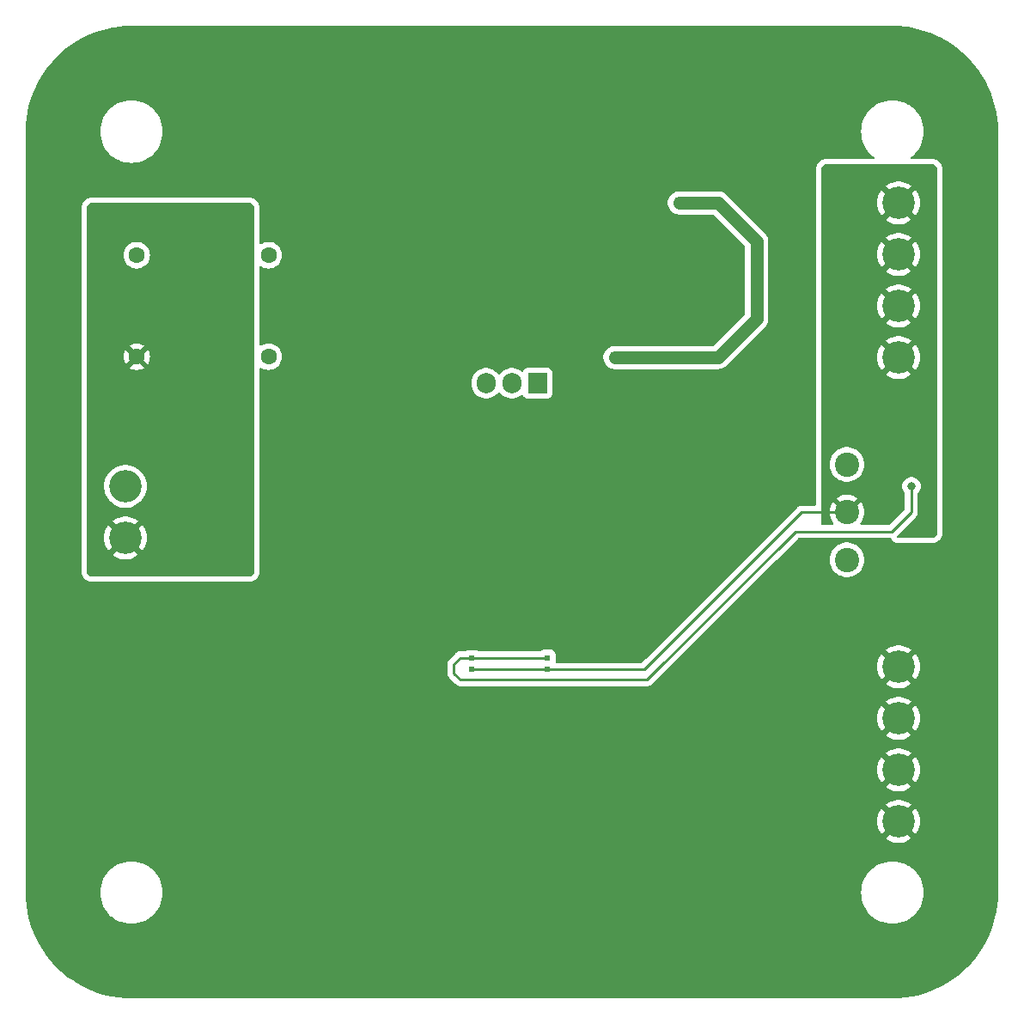
<source format=gbr>
%TF.GenerationSoftware,KiCad,Pcbnew,7.0.6*%
%TF.CreationDate,2023-07-25T16:44:31+08:00*%
%TF.ProjectId,LM350A_Liner_Power_KiCad,4c4d3335-3041-45f4-9c69-6e65725f506f,rev?*%
%TF.SameCoordinates,Original*%
%TF.FileFunction,Copper,L2,Bot*%
%TF.FilePolarity,Positive*%
%FSLAX46Y46*%
G04 Gerber Fmt 4.6, Leading zero omitted, Abs format (unit mm)*
G04 Created by KiCad (PCBNEW 7.0.6) date 2023-07-25 16:44:31*
%MOMM*%
%LPD*%
G01*
G04 APERTURE LIST*
%TA.AperFunction,ComponentPad*%
%ADD10C,3.200000*%
%TD*%
%TA.AperFunction,ComponentPad*%
%ADD11C,1.600000*%
%TD*%
%TA.AperFunction,ComponentPad*%
%ADD12C,2.400000*%
%TD*%
%TA.AperFunction,SMDPad,CuDef*%
%ADD13R,0.600000X0.600000*%
%TD*%
%TA.AperFunction,ComponentPad*%
%ADD14R,1.905000X2.000000*%
%TD*%
%TA.AperFunction,ComponentPad*%
%ADD15O,1.905000X2.000000*%
%TD*%
%TA.AperFunction,ViaPad*%
%ADD16C,1.219200*%
%TD*%
%TA.AperFunction,ViaPad*%
%ADD17C,0.812800*%
%TD*%
%TA.AperFunction,Conductor*%
%ADD18C,1.270000*%
%TD*%
%TA.AperFunction,Conductor*%
%ADD19C,0.254000*%
%TD*%
G04 APERTURE END LIST*
D10*
%TO.P,J3,1,Pin_1*%
%TO.N,Net-(J3-Pin_1)*%
X114300000Y-99060000D03*
%TO.P,J3,2,Pin_2*%
%TO.N,Net-(J3-Pin_2)*%
X114300000Y-104140000D03*
%TD*%
%TO.P,J2,1,Pin_1*%
%TO.N,GNDREF*%
X190500000Y-132080000D03*
%TO.P,J2,2,Pin_2*%
X190500000Y-127000000D03*
%TO.P,J2,3,Pin_3*%
X190500000Y-121920000D03*
%TO.P,J2,4,Pin_4*%
X190500000Y-116840000D03*
%TD*%
D11*
%TO.P,L1,1,1*%
%TO.N,Net-(J3-Pin_1)*%
X128420000Y-86280000D03*
%TO.P,L1,2,2*%
%TO.N,/Vin*%
X128420000Y-76280000D03*
%TO.P,L1,3,3*%
%TO.N,GNDREF*%
X115420000Y-76280000D03*
%TO.P,L1,4,4*%
%TO.N,Net-(J3-Pin_2)*%
X115420000Y-86280000D03*
%TD*%
D12*
%TO.P,SW1,1,A*%
%TO.N,Net-(SW1-A)*%
X185420000Y-106300000D03*
%TO.P,SW1,2,B*%
%TO.N,POWER_OUT*%
X185420000Y-101600000D03*
%TO.P,SW1,3,C*%
%TO.N,/Vout*%
X185420000Y-96900000D03*
%TD*%
D10*
%TO.P,J1,1,Pin_1*%
%TO.N,POWER_OUT*%
X190500000Y-86360000D03*
%TO.P,J1,2,Pin_2*%
X190500000Y-81280000D03*
%TO.P,J1,3,Pin_3*%
X190500000Y-76200000D03*
%TO.P,J1,4,Pin_4*%
X190500000Y-71120000D03*
%TD*%
D13*
%TO.P,D5,1,K*%
%TO.N,Net-(D2-K)*%
X155905200Y-115951000D03*
%TO.P,D5,2,A*%
%TO.N,POWER_OUT*%
X155905200Y-117068600D03*
%TD*%
D14*
%TO.P,U1,1,ADJ*%
%TO.N,/Vfb*%
X154940000Y-88900000D03*
D15*
%TO.P,U1,2,VO*%
%TO.N,/Vout*%
X152400000Y-88900000D03*
%TO.P,U1,3,VI*%
%TO.N,/Vin*%
X149860000Y-88900000D03*
%TD*%
D13*
%TO.P,D4,1,K*%
%TO.N,Net-(D2-K)*%
X148437600Y-116001800D03*
%TO.P,D4,2,A*%
%TO.N,POWER_OUT*%
X148437600Y-117119400D03*
%TD*%
D16*
%TO.N,/Vfb*%
X168910000Y-71120000D03*
X162560000Y-86360000D03*
%TO.N,GNDREF*%
X107400000Y-61600000D03*
X142400000Y-56600000D03*
X172400000Y-56600000D03*
X122400000Y-56600000D03*
X107400000Y-111600000D03*
X197400000Y-111600000D03*
X132400000Y-56600000D03*
X132400000Y-146600000D03*
X112400000Y-56600000D03*
X162400000Y-56600000D03*
X192400000Y-56600000D03*
X107400000Y-121600000D03*
X197400000Y-101600000D03*
X197400000Y-141600000D03*
X172400000Y-146600000D03*
X142400000Y-146600000D03*
X182400000Y-146600000D03*
X107400000Y-71600000D03*
X107400000Y-131600000D03*
X182400000Y-56600000D03*
X152400000Y-56600000D03*
X107400000Y-91600000D03*
X197400000Y-81600000D03*
X112400000Y-146600000D03*
X107400000Y-141600000D03*
X107400000Y-101600000D03*
X162560000Y-97790000D03*
X152400000Y-146600000D03*
X197400000Y-71600000D03*
X122400000Y-146600000D03*
X197400000Y-121600000D03*
X197400000Y-131600000D03*
X192400000Y-146600000D03*
X197400000Y-91600000D03*
X197400000Y-61600000D03*
X162400000Y-146600000D03*
X107400000Y-81600000D03*
D17*
%TO.N,Net-(D2-K)*%
X191770000Y-99060000D03*
%TD*%
D18*
%TO.N,/Vfb*%
X176530000Y-82550000D02*
X172720000Y-86360000D01*
X172720000Y-86360000D02*
X162560000Y-86360000D01*
X168910000Y-71120000D02*
X172720000Y-71120000D01*
X172720000Y-71120000D02*
X176530000Y-74930000D01*
X176530000Y-74930000D02*
X176530000Y-82550000D01*
D19*
%TO.N,Net-(D2-K)*%
X189865000Y-103505000D02*
X180340000Y-103505000D01*
X147320000Y-118110000D02*
X146685000Y-117475000D01*
X191770000Y-101600000D02*
X189865000Y-103505000D01*
X146685000Y-116586000D02*
X147320000Y-115951000D01*
X146685000Y-117475000D02*
X146685000Y-116586000D01*
X147320000Y-115951000D02*
X155905200Y-115951000D01*
X191770000Y-99060000D02*
X191770000Y-101600000D01*
X180340000Y-103505000D02*
X165735000Y-118110000D01*
X165735000Y-118110000D02*
X147320000Y-118110000D01*
%TO.N,POWER_OUT*%
X185420000Y-101600000D02*
X180975000Y-101600000D01*
X180975000Y-101600000D02*
X166052500Y-116522500D01*
X148437600Y-117119400D02*
X165455600Y-117119400D01*
X165455600Y-117119400D02*
X166052500Y-116522500D01*
%TD*%
%TA.AperFunction,Conductor*%
%TO.N,GNDREF*%
G36*
X190527520Y-53694462D02*
G01*
X190531319Y-53694692D01*
X190578109Y-53698943D01*
X191154659Y-53751335D01*
X191158401Y-53751790D01*
X191427414Y-53792733D01*
X191777188Y-53845968D01*
X191780932Y-53846654D01*
X192392892Y-53978019D01*
X192396572Y-53978926D01*
X192999484Y-54147000D01*
X193003112Y-54148130D01*
X193594782Y-54352303D01*
X193598341Y-54353653D01*
X194176590Y-54593172D01*
X194180061Y-54594734D01*
X194742796Y-54868731D01*
X194746166Y-54870500D01*
X194973533Y-54998735D01*
X195291342Y-55177979D01*
X195294576Y-55179935D01*
X195820202Y-55519778D01*
X195823302Y-55521916D01*
X196179284Y-55783853D01*
X196327447Y-55892874D01*
X196330444Y-55895222D01*
X196811258Y-56295930D01*
X196814107Y-56298454D01*
X197269848Y-56727460D01*
X197272539Y-56730151D01*
X197701545Y-57185892D01*
X197704069Y-57188741D01*
X198104777Y-57669555D01*
X198107125Y-57672552D01*
X198154703Y-57737212D01*
X198478078Y-58176691D01*
X198480226Y-58179804D01*
X198716835Y-58545760D01*
X198820057Y-58705411D01*
X198822026Y-58708668D01*
X199129499Y-59253833D01*
X199131268Y-59257203D01*
X199405265Y-59819938D01*
X199406827Y-59823409D01*
X199646346Y-60401658D01*
X199647696Y-60405217D01*
X199851869Y-60996887D01*
X199853001Y-61000521D01*
X200021069Y-61603411D01*
X200021980Y-61607107D01*
X200153345Y-62219067D01*
X200154031Y-62222811D01*
X200248208Y-62841590D01*
X200248667Y-62845369D01*
X200305307Y-63468680D01*
X200305537Y-63472479D01*
X200324500Y-64100000D01*
X200324500Y-139100000D01*
X200305537Y-139727520D01*
X200305307Y-139731319D01*
X200248667Y-140354630D01*
X200248208Y-140358409D01*
X200154031Y-140977188D01*
X200153345Y-140980932D01*
X200021980Y-141592892D01*
X200021069Y-141596588D01*
X199853001Y-142199478D01*
X199851869Y-142203112D01*
X199647696Y-142794782D01*
X199646346Y-142798341D01*
X199406827Y-143376590D01*
X199405265Y-143380061D01*
X199131268Y-143942796D01*
X199129499Y-143946166D01*
X198822026Y-144491331D01*
X198820057Y-144494588D01*
X198480229Y-145020191D01*
X198478067Y-145023324D01*
X198107125Y-145527447D01*
X198104777Y-145530444D01*
X197704069Y-146011258D01*
X197701545Y-146014107D01*
X197272539Y-146469848D01*
X197269848Y-146472539D01*
X196814107Y-146901545D01*
X196811258Y-146904069D01*
X196330444Y-147304777D01*
X196327447Y-147307125D01*
X195823324Y-147678067D01*
X195820191Y-147680229D01*
X195294588Y-148020057D01*
X195291331Y-148022026D01*
X194746166Y-148329499D01*
X194742796Y-148331268D01*
X194180061Y-148605265D01*
X194176590Y-148606827D01*
X193598341Y-148846346D01*
X193594782Y-148847696D01*
X193003112Y-149051869D01*
X192999478Y-149053001D01*
X192396588Y-149221069D01*
X192392892Y-149221980D01*
X191780932Y-149353345D01*
X191777188Y-149354031D01*
X191158409Y-149448208D01*
X191154630Y-149448667D01*
X190531319Y-149505307D01*
X190527520Y-149505537D01*
X189900000Y-149524500D01*
X114900000Y-149524500D01*
X114272479Y-149505537D01*
X114268680Y-149505307D01*
X113645369Y-149448667D01*
X113641590Y-149448208D01*
X113022811Y-149354031D01*
X113019067Y-149353345D01*
X112407107Y-149221980D01*
X112403411Y-149221069D01*
X111800521Y-149053001D01*
X111796887Y-149051869D01*
X111205217Y-148847696D01*
X111201658Y-148846346D01*
X110623409Y-148606827D01*
X110619938Y-148605265D01*
X110057203Y-148331268D01*
X110053833Y-148329499D01*
X109508668Y-148022026D01*
X109505411Y-148020057D01*
X109113410Y-147766609D01*
X108979804Y-147680226D01*
X108976691Y-147678078D01*
X108667734Y-147450743D01*
X108472552Y-147307125D01*
X108469555Y-147304777D01*
X107988741Y-146904069D01*
X107985892Y-146901545D01*
X107530151Y-146472539D01*
X107527460Y-146469848D01*
X107098454Y-146014107D01*
X107095930Y-146011258D01*
X106695222Y-145530444D01*
X106692874Y-145527447D01*
X106428700Y-145168425D01*
X106321916Y-145023302D01*
X106319778Y-145020202D01*
X105979935Y-144494576D01*
X105977973Y-144491331D01*
X105670500Y-143946166D01*
X105668731Y-143942796D01*
X105394734Y-143380061D01*
X105393172Y-143376590D01*
X105153653Y-142798341D01*
X105152303Y-142794782D01*
X104948130Y-142203112D01*
X104946998Y-142199478D01*
X104941665Y-142180346D01*
X104778926Y-141596572D01*
X104778019Y-141592892D01*
X104646654Y-140980932D01*
X104645968Y-140977188D01*
X104563678Y-140436512D01*
X104551790Y-140358401D01*
X104551335Y-140354659D01*
X104494692Y-139731319D01*
X104494462Y-139727520D01*
X104475500Y-139100000D01*
X104475500Y-139099999D01*
X111819654Y-139099999D01*
X111839022Y-139444885D01*
X111896883Y-139785434D01*
X111992514Y-140117378D01*
X112124699Y-140436501D01*
X112124704Y-140436512D01*
X112165709Y-140510705D01*
X112291791Y-140738836D01*
X112291798Y-140738847D01*
X112491678Y-141020550D01*
X112491685Y-141020559D01*
X112491689Y-141020564D01*
X112491696Y-141020572D01*
X112491697Y-141020573D01*
X112721865Y-141278134D01*
X112906857Y-141443451D01*
X112979436Y-141508311D01*
X112979442Y-141508315D01*
X112979449Y-141508321D01*
X113261152Y-141708201D01*
X113261163Y-141708208D01*
X113397715Y-141783677D01*
X113563488Y-141875296D01*
X113563499Y-141875300D01*
X113563498Y-141875300D01*
X113814390Y-141979223D01*
X113882626Y-142007487D01*
X114214559Y-142103115D01*
X114555111Y-142160977D01*
X114900000Y-142180346D01*
X115244889Y-142160977D01*
X115585441Y-142103115D01*
X115917374Y-142007487D01*
X116236512Y-141875296D01*
X116538843Y-141708204D01*
X116820564Y-141508311D01*
X117078134Y-141278134D01*
X117308311Y-141020564D01*
X117508204Y-140738843D01*
X117675296Y-140436512D01*
X117807487Y-140117374D01*
X117903115Y-139785441D01*
X117960977Y-139444889D01*
X117980346Y-139100000D01*
X186819654Y-139100000D01*
X186839022Y-139444885D01*
X186896883Y-139785434D01*
X186992514Y-140117378D01*
X187124699Y-140436501D01*
X187124704Y-140436512D01*
X187165709Y-140510705D01*
X187291791Y-140738836D01*
X187291798Y-140738847D01*
X187491678Y-141020550D01*
X187491685Y-141020559D01*
X187491689Y-141020564D01*
X187491696Y-141020572D01*
X187491697Y-141020573D01*
X187721865Y-141278134D01*
X187906857Y-141443451D01*
X187979436Y-141508311D01*
X187979442Y-141508315D01*
X187979449Y-141508321D01*
X188261152Y-141708201D01*
X188261163Y-141708208D01*
X188397715Y-141783677D01*
X188563488Y-141875296D01*
X188563499Y-141875300D01*
X188563498Y-141875300D01*
X188814390Y-141979223D01*
X188882626Y-142007487D01*
X189214559Y-142103115D01*
X189555111Y-142160977D01*
X189900000Y-142180346D01*
X190244889Y-142160977D01*
X190585441Y-142103115D01*
X190917374Y-142007487D01*
X191236512Y-141875296D01*
X191538843Y-141708204D01*
X191820564Y-141508311D01*
X192078134Y-141278134D01*
X192308311Y-141020564D01*
X192508204Y-140738843D01*
X192675296Y-140436512D01*
X192807487Y-140117374D01*
X192903115Y-139785441D01*
X192960977Y-139444889D01*
X192980346Y-139100000D01*
X192960977Y-138755111D01*
X192903115Y-138414559D01*
X192807487Y-138082626D01*
X192675296Y-137763488D01*
X192527538Y-137496139D01*
X192508208Y-137461163D01*
X192508201Y-137461152D01*
X192308321Y-137179449D01*
X192308315Y-137179442D01*
X192308311Y-137179436D01*
X192293028Y-137162334D01*
X192078134Y-136921865D01*
X191820573Y-136691697D01*
X191820572Y-136691696D01*
X191820564Y-136691689D01*
X191820559Y-136691685D01*
X191820550Y-136691678D01*
X191538847Y-136491798D01*
X191538836Y-136491791D01*
X191310705Y-136365709D01*
X191236512Y-136324704D01*
X191236505Y-136324701D01*
X191236501Y-136324699D01*
X190917378Y-136192514D01*
X190585434Y-136096883D01*
X190244885Y-136039022D01*
X189900000Y-136019654D01*
X189555114Y-136039022D01*
X189214565Y-136096883D01*
X188882621Y-136192514D01*
X188563498Y-136324699D01*
X188563475Y-136324711D01*
X188261163Y-136491791D01*
X188261152Y-136491798D01*
X187979449Y-136691678D01*
X187979426Y-136691697D01*
X187721865Y-136921865D01*
X187491697Y-137179426D01*
X187491678Y-137179449D01*
X187291798Y-137461152D01*
X187291791Y-137461163D01*
X187124711Y-137763475D01*
X187124699Y-137763498D01*
X186992514Y-138082621D01*
X186896883Y-138414565D01*
X186839022Y-138755114D01*
X186819654Y-139100000D01*
X117980346Y-139100000D01*
X117960977Y-138755111D01*
X117903115Y-138414559D01*
X117807487Y-138082626D01*
X117675296Y-137763488D01*
X117527538Y-137496139D01*
X117508208Y-137461163D01*
X117508201Y-137461152D01*
X117308321Y-137179449D01*
X117308315Y-137179442D01*
X117308311Y-137179436D01*
X117293028Y-137162334D01*
X117078134Y-136921865D01*
X116820573Y-136691697D01*
X116820572Y-136691696D01*
X116820564Y-136691689D01*
X116820559Y-136691685D01*
X116820550Y-136691678D01*
X116538847Y-136491798D01*
X116538836Y-136491791D01*
X116310705Y-136365709D01*
X116236512Y-136324704D01*
X116236505Y-136324701D01*
X116236501Y-136324699D01*
X115917378Y-136192514D01*
X115585434Y-136096883D01*
X115244885Y-136039022D01*
X114923292Y-136020962D01*
X114900000Y-136019654D01*
X114899999Y-136019654D01*
X114555114Y-136039022D01*
X114214565Y-136096883D01*
X113882621Y-136192514D01*
X113563498Y-136324699D01*
X113563475Y-136324711D01*
X113261163Y-136491791D01*
X113261152Y-136491798D01*
X112979449Y-136691678D01*
X112979426Y-136691697D01*
X112721865Y-136921865D01*
X112491697Y-137179426D01*
X112491678Y-137179449D01*
X112291798Y-137461152D01*
X112291791Y-137461163D01*
X112124711Y-137763475D01*
X112124699Y-137763498D01*
X111992514Y-138082621D01*
X111896883Y-138414565D01*
X111839022Y-138755114D01*
X111819654Y-139099999D01*
X104475500Y-139099999D01*
X104475500Y-139075469D01*
X104475500Y-132080004D01*
X188387074Y-132080004D01*
X188406752Y-132367696D01*
X188406753Y-132367702D01*
X188465425Y-132650054D01*
X188465427Y-132650062D01*
X188562002Y-132921798D01*
X188694672Y-133177836D01*
X188694676Y-133177842D01*
X188838787Y-133382001D01*
X189781155Y-132439633D01*
X189870577Y-132581948D01*
X189998052Y-132709423D01*
X190140364Y-132798843D01*
X189199630Y-133739577D01*
X189281514Y-133806194D01*
X189527922Y-133956038D01*
X189792422Y-134070926D01*
X190070111Y-134148731D01*
X190070120Y-134148733D01*
X190355795Y-134187999D01*
X190355809Y-134188000D01*
X190644191Y-134188000D01*
X190644204Y-134187999D01*
X190929879Y-134148733D01*
X190929888Y-134148731D01*
X191207577Y-134070926D01*
X191472077Y-133956038D01*
X191718490Y-133806191D01*
X191800367Y-133739578D01*
X191800367Y-133739577D01*
X190859634Y-132798844D01*
X191001948Y-132709423D01*
X191129423Y-132581948D01*
X191218843Y-132439634D01*
X192161211Y-133382002D01*
X192161212Y-133382001D01*
X192305319Y-133177850D01*
X192305328Y-133177835D01*
X192437997Y-132921798D01*
X192534572Y-132650062D01*
X192534574Y-132650054D01*
X192593246Y-132367702D01*
X192593247Y-132367696D01*
X192612926Y-132080004D01*
X192612926Y-132079995D01*
X192593247Y-131792303D01*
X192593246Y-131792297D01*
X192534574Y-131509945D01*
X192534572Y-131509937D01*
X192437997Y-131238201D01*
X192305327Y-130982163D01*
X192305324Y-130982157D01*
X192161211Y-130777997D01*
X191218843Y-131720364D01*
X191129423Y-131578052D01*
X191001948Y-131450577D01*
X190859634Y-131361155D01*
X191800368Y-130420421D01*
X191718485Y-130353805D01*
X191472077Y-130203961D01*
X191207577Y-130089073D01*
X190929888Y-130011268D01*
X190929879Y-130011266D01*
X190644204Y-129972000D01*
X190355795Y-129972000D01*
X190070120Y-130011266D01*
X190070111Y-130011268D01*
X189792422Y-130089073D01*
X189527918Y-130203962D01*
X189281517Y-130353802D01*
X189199631Y-130420421D01*
X189199630Y-130420422D01*
X190140364Y-131361156D01*
X189998052Y-131450577D01*
X189870577Y-131578052D01*
X189781156Y-131720364D01*
X188838787Y-130777996D01*
X188694674Y-130982160D01*
X188694672Y-130982163D01*
X188562002Y-131238201D01*
X188465427Y-131509937D01*
X188465425Y-131509945D01*
X188406753Y-131792297D01*
X188406752Y-131792303D01*
X188387074Y-132079995D01*
X188387074Y-132080004D01*
X104475500Y-132080004D01*
X104475500Y-127000004D01*
X188387074Y-127000004D01*
X188406752Y-127287696D01*
X188406753Y-127287702D01*
X188465425Y-127570054D01*
X188465427Y-127570062D01*
X188562002Y-127841798D01*
X188694672Y-128097836D01*
X188694676Y-128097842D01*
X188838787Y-128302002D01*
X189781155Y-127359634D01*
X189870577Y-127501948D01*
X189998052Y-127629423D01*
X190140364Y-127718843D01*
X189199630Y-128659577D01*
X189281514Y-128726194D01*
X189527922Y-128876038D01*
X189792422Y-128990926D01*
X190070111Y-129068731D01*
X190070120Y-129068733D01*
X190355795Y-129107999D01*
X190355809Y-129108000D01*
X190644191Y-129108000D01*
X190644204Y-129107999D01*
X190929879Y-129068733D01*
X190929888Y-129068731D01*
X191207577Y-128990926D01*
X191472077Y-128876038D01*
X191718490Y-128726191D01*
X191800367Y-128659578D01*
X191800367Y-128659577D01*
X190859634Y-127718844D01*
X191001948Y-127629423D01*
X191129423Y-127501948D01*
X191218844Y-127359634D01*
X192161211Y-128302002D01*
X192161212Y-128302001D01*
X192305319Y-128097850D01*
X192305328Y-128097835D01*
X192437997Y-127841798D01*
X192534572Y-127570062D01*
X192534574Y-127570054D01*
X192593246Y-127287702D01*
X192593247Y-127287696D01*
X192612926Y-127000004D01*
X192612926Y-126999995D01*
X192593247Y-126712303D01*
X192593246Y-126712297D01*
X192534574Y-126429945D01*
X192534572Y-126429937D01*
X192437997Y-126158201D01*
X192305327Y-125902163D01*
X192305324Y-125902157D01*
X192161211Y-125697997D01*
X191218843Y-126640364D01*
X191129423Y-126498052D01*
X191001948Y-126370577D01*
X190859634Y-126281155D01*
X191800368Y-125340422D01*
X191800367Y-125340421D01*
X191718485Y-125273805D01*
X191472077Y-125123961D01*
X191207577Y-125009073D01*
X190929888Y-124931268D01*
X190929879Y-124931266D01*
X190644204Y-124892000D01*
X190355795Y-124892000D01*
X190070120Y-124931266D01*
X190070111Y-124931268D01*
X189792422Y-125009073D01*
X189527918Y-125123962D01*
X189281517Y-125273802D01*
X189199631Y-125340421D01*
X189199630Y-125340421D01*
X190140365Y-126281156D01*
X189998052Y-126370577D01*
X189870577Y-126498052D01*
X189781156Y-126640365D01*
X188838787Y-125697996D01*
X188694674Y-125902160D01*
X188694672Y-125902163D01*
X188562002Y-126158201D01*
X188465427Y-126429937D01*
X188465425Y-126429945D01*
X188406753Y-126712297D01*
X188406752Y-126712303D01*
X188387074Y-126999995D01*
X188387074Y-127000004D01*
X104475500Y-127000004D01*
X104475500Y-121920004D01*
X188387074Y-121920004D01*
X188406752Y-122207696D01*
X188406753Y-122207702D01*
X188465425Y-122490054D01*
X188465427Y-122490062D01*
X188562002Y-122761798D01*
X188694672Y-123017836D01*
X188694676Y-123017842D01*
X188838787Y-123222002D01*
X189781155Y-122279634D01*
X189870577Y-122421948D01*
X189998052Y-122549423D01*
X190140364Y-122638843D01*
X189199630Y-123579577D01*
X189281514Y-123646194D01*
X189527922Y-123796038D01*
X189792422Y-123910926D01*
X190070111Y-123988731D01*
X190070120Y-123988733D01*
X190355795Y-124027999D01*
X190355809Y-124028000D01*
X190644191Y-124028000D01*
X190644204Y-124027999D01*
X190929879Y-123988733D01*
X190929888Y-123988731D01*
X191207577Y-123910926D01*
X191472077Y-123796038D01*
X191718490Y-123646191D01*
X191800367Y-123579578D01*
X191800367Y-123579577D01*
X190859634Y-122638844D01*
X191001948Y-122549423D01*
X191129423Y-122421948D01*
X191218844Y-122279634D01*
X192161211Y-123222002D01*
X192161212Y-123222001D01*
X192305319Y-123017850D01*
X192305328Y-123017835D01*
X192437997Y-122761798D01*
X192534572Y-122490062D01*
X192534574Y-122490054D01*
X192593246Y-122207702D01*
X192593247Y-122207696D01*
X192612926Y-121920004D01*
X192612926Y-121919995D01*
X192593247Y-121632303D01*
X192593246Y-121632297D01*
X192534574Y-121349945D01*
X192534572Y-121349937D01*
X192437997Y-121078201D01*
X192305327Y-120822163D01*
X192305324Y-120822157D01*
X192161211Y-120617997D01*
X191218843Y-121560364D01*
X191129423Y-121418052D01*
X191001948Y-121290577D01*
X190859634Y-121201155D01*
X191800368Y-120260422D01*
X191800367Y-120260421D01*
X191718485Y-120193805D01*
X191472077Y-120043961D01*
X191207577Y-119929073D01*
X190929888Y-119851268D01*
X190929879Y-119851266D01*
X190644204Y-119812000D01*
X190355795Y-119812000D01*
X190070120Y-119851266D01*
X190070111Y-119851268D01*
X189792422Y-119929073D01*
X189527918Y-120043962D01*
X189281517Y-120193802D01*
X189199631Y-120260421D01*
X189199630Y-120260421D01*
X190140365Y-121201156D01*
X189998052Y-121290577D01*
X189870577Y-121418052D01*
X189781156Y-121560365D01*
X188838787Y-120617996D01*
X188694674Y-120822160D01*
X188694672Y-120822163D01*
X188562002Y-121078201D01*
X188465427Y-121349937D01*
X188465425Y-121349945D01*
X188406753Y-121632297D01*
X188406752Y-121632303D01*
X188387074Y-121919995D01*
X188387074Y-121920004D01*
X104475500Y-121920004D01*
X104475500Y-116565879D01*
X146044765Y-116565879D01*
X146049220Y-116613010D01*
X146049500Y-116618943D01*
X146049500Y-117390931D01*
X146047748Y-117406801D01*
X146048038Y-117406829D01*
X146047292Y-117414718D01*
X146047292Y-117414719D01*
X146049500Y-117484985D01*
X146049500Y-117514983D01*
X146049500Y-117514986D01*
X146049499Y-117514986D01*
X146050382Y-117521977D01*
X146050847Y-117527885D01*
X146052334Y-117575202D01*
X146052335Y-117575207D01*
X146058014Y-117594756D01*
X146062021Y-117614107D01*
X146064572Y-117634295D01*
X146064572Y-117634297D01*
X146081998Y-117678313D01*
X146083921Y-117683929D01*
X146097129Y-117729390D01*
X146097131Y-117729395D01*
X146107492Y-117746914D01*
X146116189Y-117764666D01*
X146123681Y-117783588D01*
X146151510Y-117821892D01*
X146154764Y-117826845D01*
X146163533Y-117841672D01*
X146178865Y-117867598D01*
X146193250Y-117881983D01*
X146206090Y-117897016D01*
X146218054Y-117913483D01*
X146218057Y-117913486D01*
X146254536Y-117943664D01*
X146258929Y-117947661D01*
X146811188Y-118499921D01*
X146821171Y-118512382D01*
X146821396Y-118512197D01*
X146826447Y-118518303D01*
X146877693Y-118566426D01*
X146898899Y-118587633D01*
X146898903Y-118587636D01*
X146898906Y-118587639D01*
X146904472Y-118591956D01*
X146908973Y-118595800D01*
X146943494Y-118628217D01*
X146961329Y-118638022D01*
X146977849Y-118648874D01*
X146993934Y-118661350D01*
X147037390Y-118680154D01*
X147042712Y-118682762D01*
X147084197Y-118705569D01*
X147103918Y-118710632D01*
X147122620Y-118717037D01*
X147141289Y-118725116D01*
X147141290Y-118725116D01*
X147141292Y-118725117D01*
X147171453Y-118729893D01*
X147188048Y-118732522D01*
X147193860Y-118733724D01*
X147239718Y-118745500D01*
X147260067Y-118745500D01*
X147279776Y-118747050D01*
X147299880Y-118750235D01*
X147333562Y-118747051D01*
X147347012Y-118745780D01*
X147352945Y-118745500D01*
X165650930Y-118745500D01*
X165666798Y-118747252D01*
X165666826Y-118746962D01*
X165674718Y-118747708D01*
X165674718Y-118747707D01*
X165674719Y-118747708D01*
X165744985Y-118745500D01*
X165774983Y-118745500D01*
X165781969Y-118744617D01*
X165787873Y-118744152D01*
X165835205Y-118742665D01*
X165854751Y-118736985D01*
X165874102Y-118732978D01*
X165894299Y-118730427D01*
X165938332Y-118712992D01*
X165943915Y-118711081D01*
X165989393Y-118697869D01*
X166006907Y-118687510D01*
X166024656Y-118678814D01*
X166043588Y-118671319D01*
X166081903Y-118643480D01*
X166086840Y-118640237D01*
X166127598Y-118616134D01*
X166141984Y-118601747D01*
X166157018Y-118588906D01*
X166173487Y-118576942D01*
X166203678Y-118540446D01*
X166207646Y-118536084D01*
X167903726Y-116840004D01*
X188387074Y-116840004D01*
X188406752Y-117127696D01*
X188406753Y-117127702D01*
X188465425Y-117410054D01*
X188465427Y-117410062D01*
X188562002Y-117681798D01*
X188694672Y-117937836D01*
X188694676Y-117937842D01*
X188838787Y-118142002D01*
X189781155Y-117199634D01*
X189870577Y-117341948D01*
X189998052Y-117469423D01*
X190140364Y-117558843D01*
X189199630Y-118499577D01*
X189281514Y-118566194D01*
X189527922Y-118716038D01*
X189792422Y-118830926D01*
X190070111Y-118908731D01*
X190070120Y-118908733D01*
X190355795Y-118947999D01*
X190355809Y-118948000D01*
X190644191Y-118948000D01*
X190644204Y-118947999D01*
X190929879Y-118908733D01*
X190929888Y-118908731D01*
X191207577Y-118830926D01*
X191472077Y-118716038D01*
X191718490Y-118566191D01*
X191800367Y-118499578D01*
X191800367Y-118499577D01*
X190859634Y-117558844D01*
X191001948Y-117469423D01*
X191129423Y-117341948D01*
X191218844Y-117199634D01*
X192161211Y-118142002D01*
X192161212Y-118142001D01*
X192305319Y-117937850D01*
X192305328Y-117937835D01*
X192437997Y-117681798D01*
X192534572Y-117410062D01*
X192534574Y-117410054D01*
X192593246Y-117127702D01*
X192593247Y-117127696D01*
X192612926Y-116840004D01*
X192612926Y-116839995D01*
X192593247Y-116552303D01*
X192593246Y-116552297D01*
X192534574Y-116269945D01*
X192534572Y-116269937D01*
X192437997Y-115998201D01*
X192305327Y-115742163D01*
X192305324Y-115742157D01*
X192161211Y-115537997D01*
X191218843Y-116480364D01*
X191129423Y-116338052D01*
X191001948Y-116210577D01*
X190859634Y-116121155D01*
X191800368Y-115180422D01*
X191800367Y-115180421D01*
X191718485Y-115113805D01*
X191472077Y-114963961D01*
X191207577Y-114849073D01*
X190929888Y-114771268D01*
X190929879Y-114771266D01*
X190644204Y-114732000D01*
X190355795Y-114732000D01*
X190070120Y-114771266D01*
X190070111Y-114771268D01*
X189792422Y-114849073D01*
X189527918Y-114963962D01*
X189281517Y-115113802D01*
X189199631Y-115180421D01*
X189199630Y-115180421D01*
X190140365Y-116121156D01*
X189998052Y-116210577D01*
X189870577Y-116338052D01*
X189781156Y-116480364D01*
X188838787Y-115537996D01*
X188694674Y-115742160D01*
X188694672Y-115742163D01*
X188562002Y-115998201D01*
X188465427Y-116269937D01*
X188465425Y-116269945D01*
X188406753Y-116552297D01*
X188406752Y-116552303D01*
X188387074Y-116839995D01*
X188387074Y-116840004D01*
X167903726Y-116840004D01*
X178443733Y-106299999D01*
X183706709Y-106299999D01*
X183725845Y-106555356D01*
X183782826Y-106805002D01*
X183782827Y-106805005D01*
X183876374Y-107043362D01*
X183876376Y-107043366D01*
X184004410Y-107265127D01*
X184004412Y-107265130D01*
X184004413Y-107265131D01*
X184164069Y-107465334D01*
X184351781Y-107639505D01*
X184353572Y-107640726D01*
X184563345Y-107783748D01*
X184563352Y-107783752D01*
X184563355Y-107783754D01*
X184696360Y-107847806D01*
X184794060Y-107894856D01*
X184794073Y-107894861D01*
X185038746Y-107970332D01*
X185038748Y-107970332D01*
X185038757Y-107970335D01*
X185291966Y-108008500D01*
X185291970Y-108008500D01*
X185548030Y-108008500D01*
X185548034Y-108008500D01*
X185801243Y-107970335D01*
X185955112Y-107922873D01*
X186045929Y-107894860D01*
X186045930Y-107894859D01*
X186045935Y-107894858D01*
X186276646Y-107783754D01*
X186488219Y-107639505D01*
X186675931Y-107465334D01*
X186835587Y-107265131D01*
X186963622Y-107043369D01*
X187057174Y-106805001D01*
X187114155Y-106555353D01*
X187133291Y-106300000D01*
X187114155Y-106044647D01*
X187057174Y-105794999D01*
X187008525Y-105671042D01*
X186963625Y-105556637D01*
X186963623Y-105556633D01*
X186835589Y-105334872D01*
X186835587Y-105334869D01*
X186675931Y-105134666D01*
X186488219Y-104960495D01*
X186276646Y-104816246D01*
X186276643Y-104816245D01*
X186276641Y-104816243D01*
X186276640Y-104816242D01*
X186045936Y-104705142D01*
X186045929Y-104705139D01*
X185801253Y-104629667D01*
X185801245Y-104629665D01*
X185801243Y-104629665D01*
X185548034Y-104591500D01*
X185291966Y-104591500D01*
X185038757Y-104629665D01*
X185038755Y-104629665D01*
X185038746Y-104629667D01*
X184794073Y-104705138D01*
X184794060Y-104705143D01*
X184563352Y-104816247D01*
X184563345Y-104816251D01*
X184351787Y-104960490D01*
X184351782Y-104960494D01*
X184164070Y-105134665D01*
X184004410Y-105334872D01*
X183876376Y-105556633D01*
X183876374Y-105556637D01*
X183782827Y-105794994D01*
X183782826Y-105794997D01*
X183725845Y-106044643D01*
X183706709Y-106299999D01*
X178443733Y-106299999D01*
X180566327Y-104177405D01*
X180628640Y-104143379D01*
X180655423Y-104140500D01*
X189716028Y-104140500D01*
X189784149Y-104160502D01*
X189830642Y-104214158D01*
X189836924Y-104231001D01*
X189851210Y-104279656D01*
X189851211Y-104279657D01*
X189913315Y-104376293D01*
X189930231Y-104402615D01*
X189930236Y-104402621D01*
X189975606Y-104454981D01*
X189976522Y-104456097D01*
X190087179Y-104551980D01*
X190087182Y-104551982D01*
X190220131Y-104612698D01*
X190288252Y-104632700D01*
X190432921Y-104653500D01*
X190432925Y-104653500D01*
X193806276Y-104653500D01*
X193823086Y-104652949D01*
X193848088Y-104651309D01*
X193864799Y-104649663D01*
X194000726Y-104631768D01*
X194016986Y-104628533D01*
X194033692Y-104625211D01*
X194033697Y-104625209D01*
X194033700Y-104625209D01*
X194097946Y-104607994D01*
X194129782Y-104597187D01*
X194129787Y-104597185D01*
X194129788Y-104597185D01*
X194252719Y-104546266D01*
X194282867Y-104531397D01*
X194282869Y-104531396D01*
X194282869Y-104531395D01*
X194282873Y-104531394D01*
X194298305Y-104522483D01*
X194340473Y-104498139D01*
X194340472Y-104498139D01*
X194340475Y-104498137D01*
X194340601Y-104498052D01*
X194368420Y-104479465D01*
X194443160Y-104422114D01*
X194473986Y-104398461D01*
X194473987Y-104398459D01*
X194473991Y-104398457D01*
X194473990Y-104398458D01*
X194499264Y-104376293D01*
X194546293Y-104329264D01*
X194568458Y-104303990D01*
X194587129Y-104279658D01*
X194592114Y-104273160D01*
X194649465Y-104198420D01*
X194668139Y-104170472D01*
X194668139Y-104170473D01*
X194701396Y-104112869D01*
X194701397Y-104112867D01*
X194716266Y-104082719D01*
X194767185Y-103959788D01*
X194767185Y-103959787D01*
X194777994Y-103927945D01*
X194795209Y-103863700D01*
X194801768Y-103830726D01*
X194819663Y-103694799D01*
X194821309Y-103678088D01*
X194822949Y-103653086D01*
X194823500Y-103636276D01*
X194823500Y-67813723D01*
X194822949Y-67796913D01*
X194821309Y-67771911D01*
X194819663Y-67755200D01*
X194801768Y-67619273D01*
X194795209Y-67586299D01*
X194777994Y-67522053D01*
X194767187Y-67490217D01*
X194716267Y-67367283D01*
X194701394Y-67337126D01*
X194689933Y-67317276D01*
X194668142Y-67279532D01*
X194668136Y-67279523D01*
X194649459Y-67251571D01*
X194634470Y-67232037D01*
X194568468Y-67146022D01*
X194568467Y-67146022D01*
X194568457Y-67146009D01*
X194546290Y-67120733D01*
X194499266Y-67073708D01*
X194494338Y-67069386D01*
X194473992Y-67051543D01*
X194473993Y-67051544D01*
X194473991Y-67051543D01*
X194432300Y-67019552D01*
X194368422Y-66970536D01*
X194340471Y-66951860D01*
X194340468Y-66951858D01*
X194340465Y-66951856D01*
X194340466Y-66951856D01*
X194282880Y-66918609D01*
X194282877Y-66918607D01*
X194282871Y-66918604D01*
X194252724Y-66903736D01*
X194129776Y-66852810D01*
X194129774Y-66852809D01*
X194129771Y-66852808D01*
X194129772Y-66852808D01*
X194097925Y-66841998D01*
X194097924Y-66841998D01*
X194033697Y-66824790D01*
X194033698Y-66824790D01*
X194000720Y-66818231D01*
X194000719Y-66818231D01*
X193864797Y-66800337D01*
X193848090Y-66798691D01*
X193823089Y-66797051D01*
X193806277Y-66796500D01*
X191809721Y-66796500D01*
X191741600Y-66776498D01*
X191695107Y-66722842D01*
X191685003Y-66652568D01*
X191714497Y-66587988D01*
X191736808Y-66567740D01*
X191820550Y-66508321D01*
X191820550Y-66508320D01*
X191820564Y-66508311D01*
X192078134Y-66278134D01*
X192308311Y-66020564D01*
X192508204Y-65738843D01*
X192675296Y-65436512D01*
X192807487Y-65117374D01*
X192903115Y-64785441D01*
X192960977Y-64444889D01*
X192980346Y-64100000D01*
X192960977Y-63755111D01*
X192903115Y-63414559D01*
X192807487Y-63082626D01*
X192675296Y-62763488D01*
X192584434Y-62599085D01*
X192508208Y-62461163D01*
X192508201Y-62461152D01*
X192308321Y-62179449D01*
X192308315Y-62179442D01*
X192308311Y-62179436D01*
X192217490Y-62077806D01*
X192078134Y-61921865D01*
X191820573Y-61691697D01*
X191820572Y-61691696D01*
X191820564Y-61691689D01*
X191820559Y-61691685D01*
X191820550Y-61691678D01*
X191538847Y-61491798D01*
X191538836Y-61491791D01*
X191303453Y-61361701D01*
X191236512Y-61324704D01*
X191236505Y-61324701D01*
X191236501Y-61324699D01*
X190917378Y-61192514D01*
X190585434Y-61096883D01*
X190244885Y-61039022D01*
X189900000Y-61019654D01*
X189555114Y-61039022D01*
X189214565Y-61096883D01*
X188882621Y-61192514D01*
X188563498Y-61324699D01*
X188563475Y-61324711D01*
X188261163Y-61491791D01*
X188261152Y-61491798D01*
X187979449Y-61691678D01*
X187979426Y-61691697D01*
X187721865Y-61921865D01*
X187491697Y-62179426D01*
X187491678Y-62179449D01*
X187291798Y-62461152D01*
X187291791Y-62461163D01*
X187124711Y-62763475D01*
X187124699Y-62763498D01*
X186992514Y-63082621D01*
X186896883Y-63414565D01*
X186839022Y-63755114D01*
X186819654Y-64099999D01*
X186839022Y-64444885D01*
X186896883Y-64785434D01*
X186992514Y-65117378D01*
X187124699Y-65436501D01*
X187124704Y-65436512D01*
X187165709Y-65510705D01*
X187291791Y-65738836D01*
X187291798Y-65738847D01*
X187491678Y-66020550D01*
X187491685Y-66020559D01*
X187491689Y-66020564D01*
X187491696Y-66020572D01*
X187491697Y-66020573D01*
X187721865Y-66278134D01*
X187906857Y-66443451D01*
X187979436Y-66508311D01*
X187979442Y-66508315D01*
X187979449Y-66508321D01*
X188063192Y-66567740D01*
X188107174Y-66623472D01*
X188114042Y-66694136D01*
X188081617Y-66757295D01*
X188020192Y-66792898D01*
X187990279Y-66796500D01*
X183383723Y-66796500D01*
X183366911Y-66797051D01*
X183341911Y-66798691D01*
X183325204Y-66800337D01*
X183189272Y-66818230D01*
X183189273Y-66818231D01*
X183156302Y-66824789D01*
X183092073Y-66841998D01*
X183092067Y-66841999D01*
X183092067Y-66842000D01*
X183060228Y-66852808D01*
X183060223Y-66852810D01*
X183060222Y-66852810D01*
X182937279Y-66903734D01*
X182937280Y-66903733D01*
X182921997Y-66911270D01*
X182907118Y-66918608D01*
X182849530Y-66951858D01*
X182821578Y-66970535D01*
X182821577Y-66970536D01*
X182821577Y-66970535D01*
X182716001Y-67051549D01*
X182690732Y-67073709D01*
X182690727Y-67073713D01*
X182643713Y-67120727D01*
X182621549Y-67146000D01*
X182621550Y-67145999D01*
X182540535Y-67251577D01*
X182540536Y-67251577D01*
X182540535Y-67251578D01*
X182521858Y-67279530D01*
X182488608Y-67337118D01*
X182481270Y-67351997D01*
X182473733Y-67367280D01*
X182473734Y-67367279D01*
X182422810Y-67490222D01*
X182422810Y-67490223D01*
X182411998Y-67522073D01*
X182394790Y-67586300D01*
X182394790Y-67586301D01*
X182394789Y-67586307D01*
X182388231Y-67619278D01*
X182388231Y-67619279D01*
X182370337Y-67755203D01*
X182368691Y-67771910D01*
X182367051Y-67796910D01*
X182366500Y-67813722D01*
X182366500Y-100838500D01*
X182346498Y-100906621D01*
X182292842Y-100953114D01*
X182240500Y-100964500D01*
X181059075Y-100964500D01*
X181043202Y-100962747D01*
X181043175Y-100963037D01*
X181035282Y-100962290D01*
X180964997Y-100964500D01*
X180935014Y-100964500D01*
X180928029Y-100965382D01*
X180922118Y-100965847D01*
X180874798Y-100967334D01*
X180874790Y-100967336D01*
X180855243Y-100973014D01*
X180835893Y-100977021D01*
X180815704Y-100979572D01*
X180815703Y-100979572D01*
X180771681Y-100997000D01*
X180766067Y-100998922D01*
X180720611Y-101012129D01*
X180720604Y-101012132D01*
X180703083Y-101022493D01*
X180685343Y-101031184D01*
X180666411Y-101038680D01*
X180628112Y-101066506D01*
X180623152Y-101069764D01*
X180582400Y-101093867D01*
X180568010Y-101108256D01*
X180552986Y-101121088D01*
X180536513Y-101133057D01*
X180506323Y-101169549D01*
X180502327Y-101173940D01*
X165576498Y-116099769D01*
X165576483Y-116099783D01*
X165229272Y-116446995D01*
X165166959Y-116481020D01*
X165140176Y-116483900D01*
X156834163Y-116483900D01*
X156766042Y-116463898D01*
X156719549Y-116410242D01*
X156708885Y-116344433D01*
X156713004Y-116306112D01*
X156713700Y-116299638D01*
X156713700Y-115602362D01*
X156713699Y-115602350D01*
X156707190Y-115541803D01*
X156707188Y-115541795D01*
X156671034Y-115444865D01*
X156656089Y-115404796D01*
X156656088Y-115404794D01*
X156656087Y-115404792D01*
X156568461Y-115287738D01*
X156451407Y-115200112D01*
X156451402Y-115200110D01*
X156314404Y-115149011D01*
X156314396Y-115149009D01*
X156253849Y-115142500D01*
X156253838Y-115142500D01*
X155556562Y-115142500D01*
X155556550Y-115142500D01*
X155496003Y-115149009D01*
X155495995Y-115149011D01*
X155358997Y-115200110D01*
X155358992Y-115200112D01*
X155238427Y-115290368D01*
X155171907Y-115315179D01*
X155162918Y-115315500D01*
X149112022Y-115315500D01*
X149043901Y-115295498D01*
X149036513Y-115290368D01*
X148983807Y-115250912D01*
X148983802Y-115250910D01*
X148846804Y-115199811D01*
X148846796Y-115199809D01*
X148786249Y-115193300D01*
X148786238Y-115193300D01*
X148088962Y-115193300D01*
X148088950Y-115193300D01*
X148028403Y-115199809D01*
X148028395Y-115199811D01*
X147891397Y-115250910D01*
X147891392Y-115250912D01*
X147838687Y-115290368D01*
X147772167Y-115315179D01*
X147763178Y-115315500D01*
X147404075Y-115315500D01*
X147388202Y-115313747D01*
X147388175Y-115314037D01*
X147380282Y-115313290D01*
X147309997Y-115315500D01*
X147280014Y-115315500D01*
X147273029Y-115316382D01*
X147267118Y-115316847D01*
X147219798Y-115318334D01*
X147219790Y-115318336D01*
X147200243Y-115324014D01*
X147180893Y-115328021D01*
X147160704Y-115330572D01*
X147160703Y-115330572D01*
X147116681Y-115348000D01*
X147111067Y-115349922D01*
X147065607Y-115363131D01*
X147048080Y-115373495D01*
X147030339Y-115382186D01*
X147011411Y-115389681D01*
X146973110Y-115417507D01*
X146968149Y-115420766D01*
X146927402Y-115444865D01*
X146913005Y-115459261D01*
X146897978Y-115472095D01*
X146881513Y-115484058D01*
X146851328Y-115520543D01*
X146847332Y-115524934D01*
X146295077Y-116077188D01*
X146282616Y-116087173D01*
X146282801Y-116087397D01*
X146276697Y-116092446D01*
X146228574Y-116143692D01*
X146207358Y-116164909D01*
X146207353Y-116164914D01*
X146203032Y-116170483D01*
X146199185Y-116174987D01*
X146166785Y-116209490D01*
X146166784Y-116209492D01*
X146156976Y-116227332D01*
X146146124Y-116243850D01*
X146133654Y-116259925D01*
X146133650Y-116259932D01*
X146114843Y-116303388D01*
X146112233Y-116308716D01*
X146089433Y-116350191D01*
X146089430Y-116350199D01*
X146084370Y-116369907D01*
X146077968Y-116388607D01*
X146069882Y-116407293D01*
X146069881Y-116407297D01*
X146062476Y-116454051D01*
X146061272Y-116459865D01*
X146049500Y-116505717D01*
X146049500Y-116526065D01*
X146047949Y-116545775D01*
X146044765Y-116565878D01*
X146044765Y-116565879D01*
X104475500Y-116565879D01*
X104475500Y-107446277D01*
X109976500Y-107446277D01*
X109977051Y-107463089D01*
X109978691Y-107488089D01*
X109980337Y-107504797D01*
X109998231Y-107640719D01*
X109998231Y-107640720D01*
X110004790Y-107673698D01*
X110004790Y-107673697D01*
X110021998Y-107737924D01*
X110021998Y-107737925D01*
X110022000Y-107737933D01*
X110022001Y-107737934D01*
X110032809Y-107769774D01*
X110032815Y-107769788D01*
X110083736Y-107892724D01*
X110098604Y-107922871D01*
X110098605Y-107922873D01*
X110131856Y-107980466D01*
X110131856Y-107980465D01*
X110131857Y-107980466D01*
X110131860Y-107980471D01*
X110150536Y-108008422D01*
X110231538Y-108113986D01*
X110231543Y-108113992D01*
X110253708Y-108139267D01*
X110253709Y-108139267D01*
X110300733Y-108186291D01*
X110326010Y-108208458D01*
X110431574Y-108289460D01*
X110431577Y-108289462D01*
X110431578Y-108289463D01*
X110459519Y-108308135D01*
X110459519Y-108308134D01*
X110459521Y-108308135D01*
X110459524Y-108308137D01*
X110470807Y-108314652D01*
X110517119Y-108341391D01*
X110517124Y-108341393D01*
X110517125Y-108341394D01*
X110547283Y-108356266D01*
X110670217Y-108407187D01*
X110702053Y-108417994D01*
X110766299Y-108435209D01*
X110799274Y-108441768D01*
X110935201Y-108459663D01*
X110951912Y-108461309D01*
X110976914Y-108462949D01*
X110993724Y-108463500D01*
X126496276Y-108463500D01*
X126513086Y-108462949D01*
X126538088Y-108461309D01*
X126554799Y-108459663D01*
X126690726Y-108441768D01*
X126706986Y-108438533D01*
X126723692Y-108435211D01*
X126723697Y-108435209D01*
X126723700Y-108435209D01*
X126787946Y-108417994D01*
X126819782Y-108407187D01*
X126819787Y-108407185D01*
X126819788Y-108407185D01*
X126942719Y-108356266D01*
X126972867Y-108341397D01*
X126972869Y-108341396D01*
X126972869Y-108341395D01*
X126972873Y-108341394D01*
X126988305Y-108332484D01*
X127030473Y-108308139D01*
X127030472Y-108308139D01*
X127030475Y-108308137D01*
X127030601Y-108308052D01*
X127058420Y-108289465D01*
X127163991Y-108208457D01*
X127163990Y-108208458D01*
X127189264Y-108186293D01*
X127236293Y-108139264D01*
X127258458Y-108113990D01*
X127339465Y-108008420D01*
X127358139Y-107980472D01*
X127358139Y-107980473D01*
X127382483Y-107938305D01*
X127391394Y-107922873D01*
X127391397Y-107922867D01*
X127406266Y-107892719D01*
X127457185Y-107769788D01*
X127457185Y-107769787D01*
X127457187Y-107769782D01*
X127467994Y-107737946D01*
X127485209Y-107673700D01*
X127491768Y-107640726D01*
X127509663Y-107504799D01*
X127511309Y-107488088D01*
X127512949Y-107463086D01*
X127513500Y-107446276D01*
X127513500Y-89007929D01*
X148399000Y-89007929D01*
X148413987Y-89188800D01*
X148413989Y-89188809D01*
X148473423Y-89423508D01*
X148473426Y-89423515D01*
X148570684Y-89645241D01*
X148703113Y-89847940D01*
X148867093Y-90026070D01*
X148867098Y-90026074D01*
X148867100Y-90026076D01*
X149058170Y-90174792D01*
X149271112Y-90290030D01*
X149500117Y-90368648D01*
X149738938Y-90408500D01*
X149738942Y-90408500D01*
X149981058Y-90408500D01*
X149981062Y-90408500D01*
X150219883Y-90368648D01*
X150448888Y-90290030D01*
X150661830Y-90174792D01*
X150852900Y-90026076D01*
X150868440Y-90009196D01*
X151016884Y-89847942D01*
X151016883Y-89847942D01*
X151016886Y-89847940D01*
X151024514Y-89836264D01*
X151078512Y-89790174D01*
X151148860Y-89780595D01*
X151213219Y-89810568D01*
X151235480Y-89836257D01*
X151243113Y-89847939D01*
X151407093Y-90026070D01*
X151407098Y-90026074D01*
X151407100Y-90026076D01*
X151598170Y-90174792D01*
X151811112Y-90290030D01*
X152040117Y-90368648D01*
X152278938Y-90408500D01*
X152278942Y-90408500D01*
X152521058Y-90408500D01*
X152521062Y-90408500D01*
X152759883Y-90368648D01*
X152988888Y-90290030D01*
X153201830Y-90174792D01*
X153334094Y-90071846D01*
X153400135Y-90045790D01*
X153469780Y-90059575D01*
X153520917Y-90108825D01*
X153529538Y-90127241D01*
X153536610Y-90146202D01*
X153536612Y-90146206D01*
X153536612Y-90146207D01*
X153624238Y-90263261D01*
X153741292Y-90350887D01*
X153741294Y-90350888D01*
X153741296Y-90350889D01*
X153788904Y-90368646D01*
X153878295Y-90401988D01*
X153878303Y-90401990D01*
X153938850Y-90408499D01*
X153938855Y-90408499D01*
X153938862Y-90408500D01*
X153938868Y-90408500D01*
X155941132Y-90408500D01*
X155941138Y-90408500D01*
X155941145Y-90408499D01*
X155941149Y-90408499D01*
X156001696Y-90401990D01*
X156001699Y-90401989D01*
X156001701Y-90401989D01*
X156138704Y-90350889D01*
X156255761Y-90263261D01*
X156343389Y-90146204D01*
X156394489Y-90009201D01*
X156401000Y-89948638D01*
X156401000Y-87851362D01*
X156400999Y-87851350D01*
X156394490Y-87790803D01*
X156394488Y-87790795D01*
X156343389Y-87653797D01*
X156343387Y-87653792D01*
X156255761Y-87536738D01*
X156138707Y-87449112D01*
X156138702Y-87449110D01*
X156001704Y-87398011D01*
X156001696Y-87398009D01*
X155941149Y-87391500D01*
X155941138Y-87391500D01*
X153938862Y-87391500D01*
X153938850Y-87391500D01*
X153878303Y-87398009D01*
X153878295Y-87398011D01*
X153741297Y-87449110D01*
X153741292Y-87449112D01*
X153624238Y-87536738D01*
X153536612Y-87653792D01*
X153536610Y-87653797D01*
X153529538Y-87672757D01*
X153486990Y-87729592D01*
X153420469Y-87754400D01*
X153351095Y-87739307D01*
X153334096Y-87728155D01*
X153201830Y-87625208D01*
X153201829Y-87625207D01*
X153104125Y-87572332D01*
X152988888Y-87509970D01*
X152988885Y-87509969D01*
X152988884Y-87509968D01*
X152759887Y-87431353D01*
X152759880Y-87431351D01*
X152657670Y-87414295D01*
X152521062Y-87391500D01*
X152278938Y-87391500D01*
X152164789Y-87410548D01*
X152040119Y-87431351D01*
X152040112Y-87431353D01*
X151811115Y-87509968D01*
X151811112Y-87509970D01*
X151598170Y-87625207D01*
X151598169Y-87625208D01*
X151407093Y-87773929D01*
X151243114Y-87952058D01*
X151235482Y-87963741D01*
X151181478Y-88009828D01*
X151111130Y-88019403D01*
X151046773Y-87989425D01*
X151024518Y-87963741D01*
X151016885Y-87952058D01*
X150852906Y-87773929D01*
X150827815Y-87754400D01*
X150661830Y-87625208D01*
X150661829Y-87625207D01*
X150564125Y-87572332D01*
X150448888Y-87509970D01*
X150448885Y-87509969D01*
X150448884Y-87509968D01*
X150219887Y-87431353D01*
X150219880Y-87431351D01*
X150117670Y-87414295D01*
X149981062Y-87391500D01*
X149738938Y-87391500D01*
X149624789Y-87410548D01*
X149500119Y-87431351D01*
X149500112Y-87431353D01*
X149271115Y-87509968D01*
X149271112Y-87509970D01*
X149058170Y-87625207D01*
X149058169Y-87625208D01*
X148867093Y-87773929D01*
X148703113Y-87952059D01*
X148570684Y-88154758D01*
X148473426Y-88376484D01*
X148473423Y-88376491D01*
X148413989Y-88611190D01*
X148413987Y-88611199D01*
X148399000Y-88792071D01*
X148399000Y-89007929D01*
X127513500Y-89007929D01*
X127513500Y-87484688D01*
X127533502Y-87416568D01*
X127587158Y-87370075D01*
X127657432Y-87359971D01*
X127711770Y-87381475D01*
X127763251Y-87417523D01*
X127970757Y-87514284D01*
X128191913Y-87573543D01*
X128420000Y-87593498D01*
X128648087Y-87573543D01*
X128869243Y-87514284D01*
X129076749Y-87417523D01*
X129264300Y-87286198D01*
X129426198Y-87124300D01*
X129557523Y-86936749D01*
X129654284Y-86729243D01*
X129713543Y-86508087D01*
X129717229Y-86465961D01*
X161416500Y-86465961D01*
X161424375Y-86508087D01*
X161455441Y-86674278D01*
X161531993Y-86871880D01*
X161531998Y-86871891D01*
X161643558Y-87052066D01*
X161786326Y-87208675D01*
X161786329Y-87208677D01*
X161955446Y-87336389D01*
X162145150Y-87430850D01*
X162348982Y-87488845D01*
X162507128Y-87503500D01*
X162507132Y-87503500D01*
X172692123Y-87503500D01*
X172695033Y-87503567D01*
X172773037Y-87507173D01*
X172850373Y-87496385D01*
X172853259Y-87496051D01*
X172931013Y-87488846D01*
X172931015Y-87488845D01*
X172931018Y-87488845D01*
X172952374Y-87482768D01*
X172960916Y-87480965D01*
X172982927Y-87477896D01*
X173057025Y-87453059D01*
X173059734Y-87452221D01*
X173134850Y-87430850D01*
X173154738Y-87420946D01*
X173162797Y-87417608D01*
X173183862Y-87410549D01*
X173252109Y-87372533D01*
X173254580Y-87371230D01*
X173324554Y-87336389D01*
X173342287Y-87322996D01*
X173349590Y-87318238D01*
X173369002Y-87307426D01*
X173429090Y-87257528D01*
X173431345Y-87255742D01*
X173493671Y-87208677D01*
X173546287Y-87150958D01*
X173548256Y-87148895D01*
X177318895Y-83378256D01*
X177320958Y-83376288D01*
X177322705Y-83374694D01*
X177378677Y-83323671D01*
X177425746Y-83261340D01*
X177427532Y-83259085D01*
X177477426Y-83199001D01*
X177488230Y-83179602D01*
X177492997Y-83172286D01*
X177506389Y-83154554D01*
X177541195Y-83084652D01*
X177542549Y-83082084D01*
X177562340Y-83046552D01*
X177580549Y-83013862D01*
X177587608Y-82992797D01*
X177590946Y-82984738D01*
X177600850Y-82964850D01*
X177622221Y-82889734D01*
X177623059Y-82887025D01*
X177647896Y-82812927D01*
X177650967Y-82790906D01*
X177652766Y-82782380D01*
X177658845Y-82761018D01*
X177663278Y-82713172D01*
X177666048Y-82683283D01*
X177666383Y-82680391D01*
X177667888Y-82669597D01*
X177677174Y-82603037D01*
X177673567Y-82525018D01*
X177673500Y-82522108D01*
X177673500Y-74957890D01*
X177673567Y-74954979D01*
X177674213Y-74940987D01*
X177677174Y-74876963D01*
X177666383Y-74799609D01*
X177666048Y-74796717D01*
X177662986Y-74763675D01*
X177658845Y-74718982D01*
X177652766Y-74697617D01*
X177650965Y-74689083D01*
X177647896Y-74667073D01*
X177623063Y-74592985D01*
X177622217Y-74590251D01*
X177600850Y-74515150D01*
X177590950Y-74495268D01*
X177587609Y-74487204D01*
X177580549Y-74466138D01*
X177563760Y-74435996D01*
X177542558Y-74397931D01*
X177541200Y-74395356D01*
X177506389Y-74325447D01*
X177506389Y-74325446D01*
X177492993Y-74307707D01*
X177488232Y-74300400D01*
X177477426Y-74280999D01*
X177427549Y-74220933D01*
X177425744Y-74218653D01*
X177402021Y-74187242D01*
X177378677Y-74156329D01*
X177378672Y-74156324D01*
X177378671Y-74156323D01*
X177320958Y-74103711D01*
X177318875Y-74101722D01*
X173548298Y-70331145D01*
X173546288Y-70329040D01*
X173493669Y-70271321D01*
X173431337Y-70224249D01*
X173429085Y-70222466D01*
X173369002Y-70172574D01*
X173368993Y-70172569D01*
X173368990Y-70172567D01*
X173349597Y-70161764D01*
X173342285Y-70157001D01*
X173324554Y-70143611D01*
X173305565Y-70134156D01*
X173254644Y-70108799D01*
X173252070Y-70107442D01*
X173183862Y-70069451D01*
X173162800Y-70062391D01*
X173154732Y-70059050D01*
X173134857Y-70049153D01*
X173134852Y-70049151D01*
X173134850Y-70049150D01*
X173134846Y-70049149D01*
X173134844Y-70049148D01*
X173059756Y-70027784D01*
X173056996Y-70026929D01*
X172982927Y-70002104D01*
X172960921Y-69999033D01*
X172952380Y-69997232D01*
X172931019Y-69991154D01*
X172853275Y-69983950D01*
X172850385Y-69983615D01*
X172773041Y-69972827D01*
X172773036Y-69972827D01*
X172695033Y-69976433D01*
X172692123Y-69976500D01*
X168857128Y-69976500D01*
X168698983Y-69991154D01*
X168495158Y-70049147D01*
X168495150Y-70049150D01*
X168305444Y-70143612D01*
X168136326Y-70271324D01*
X167993558Y-70427933D01*
X167881998Y-70608108D01*
X167881993Y-70608119D01*
X167805441Y-70805721D01*
X167805440Y-70805725D01*
X167805440Y-70805726D01*
X167766500Y-71014039D01*
X167766500Y-71225961D01*
X167805440Y-71434274D01*
X167805441Y-71434278D01*
X167881993Y-71631880D01*
X167881998Y-71631891D01*
X167993558Y-71812066D01*
X168136326Y-71968675D01*
X168136329Y-71968677D01*
X168305446Y-72096389D01*
X168495150Y-72190850D01*
X168698982Y-72248845D01*
X168857128Y-72263500D01*
X168857132Y-72263500D01*
X172194157Y-72263500D01*
X172262278Y-72283502D01*
X172283252Y-72300405D01*
X175349595Y-75366748D01*
X175383621Y-75429060D01*
X175386500Y-75455843D01*
X175386500Y-82024156D01*
X175366498Y-82092277D01*
X175349595Y-82113251D01*
X172283252Y-85179595D01*
X172220940Y-85213621D01*
X172194157Y-85216500D01*
X162507128Y-85216500D01*
X162348983Y-85231154D01*
X162145158Y-85289147D01*
X162145150Y-85289150D01*
X161955444Y-85383612D01*
X161786326Y-85511324D01*
X161643558Y-85667933D01*
X161531998Y-85848108D01*
X161531993Y-85848119D01*
X161455441Y-86045721D01*
X161455440Y-86045725D01*
X161455440Y-86045726D01*
X161416500Y-86254039D01*
X161416500Y-86465961D01*
X129717229Y-86465961D01*
X129733498Y-86280000D01*
X129713543Y-86051913D01*
X129654284Y-85830757D01*
X129557523Y-85623251D01*
X129426198Y-85435700D01*
X129264300Y-85273802D01*
X129182464Y-85216500D01*
X129076749Y-85142477D01*
X128869246Y-85045717D01*
X128869240Y-85045715D01*
X128775771Y-85020670D01*
X128648087Y-84986457D01*
X128420000Y-84966502D01*
X128191913Y-84986457D01*
X127970759Y-85045715D01*
X127970753Y-85045717D01*
X127763251Y-85142476D01*
X127711770Y-85178524D01*
X127644496Y-85201211D01*
X127575636Y-85183926D01*
X127527052Y-85132156D01*
X127513500Y-85075310D01*
X127513500Y-77484689D01*
X127533502Y-77416568D01*
X127587158Y-77370075D01*
X127657432Y-77359971D01*
X127711770Y-77381475D01*
X127763251Y-77417523D01*
X127970757Y-77514284D01*
X128191913Y-77573543D01*
X128420000Y-77593498D01*
X128648087Y-77573543D01*
X128869243Y-77514284D01*
X129076749Y-77417523D01*
X129264300Y-77286198D01*
X129426198Y-77124300D01*
X129557523Y-76936749D01*
X129654284Y-76729243D01*
X129713543Y-76508087D01*
X129733498Y-76280000D01*
X129713543Y-76051913D01*
X129654284Y-75830757D01*
X129557523Y-75623251D01*
X129426198Y-75435700D01*
X129264300Y-75273802D01*
X129076749Y-75142477D01*
X129054615Y-75132156D01*
X128869246Y-75045717D01*
X128869240Y-75045715D01*
X128775771Y-75020670D01*
X128648087Y-74986457D01*
X128420000Y-74966502D01*
X128191913Y-74986457D01*
X127970759Y-75045715D01*
X127970753Y-75045717D01*
X127763251Y-75142476D01*
X127711770Y-75178524D01*
X127644496Y-75201211D01*
X127575636Y-75183926D01*
X127527052Y-75132156D01*
X127513500Y-75075310D01*
X127513500Y-71623723D01*
X127512949Y-71606913D01*
X127511309Y-71581912D01*
X127509663Y-71565201D01*
X127492426Y-71434274D01*
X127491768Y-71429273D01*
X127485209Y-71396299D01*
X127467994Y-71332053D01*
X127457187Y-71300217D01*
X127406267Y-71177283D01*
X127391394Y-71147126D01*
X127375733Y-71120001D01*
X127358142Y-71089532D01*
X127358136Y-71089523D01*
X127339459Y-71061571D01*
X127302986Y-71014039D01*
X127258468Y-70956022D01*
X127258467Y-70956022D01*
X127258457Y-70956009D01*
X127236290Y-70930733D01*
X127189266Y-70883708D01*
X127184338Y-70879386D01*
X127163992Y-70861543D01*
X127163993Y-70861544D01*
X127163991Y-70861543D01*
X127058422Y-70780536D01*
X127030465Y-70761856D01*
X127030466Y-70761856D01*
X126972880Y-70728609D01*
X126972877Y-70728607D01*
X126972871Y-70728604D01*
X126942724Y-70713736D01*
X126819776Y-70662810D01*
X126819774Y-70662809D01*
X126819771Y-70662808D01*
X126819772Y-70662808D01*
X126787925Y-70651998D01*
X126787924Y-70651998D01*
X126723697Y-70634790D01*
X126723698Y-70634790D01*
X126690720Y-70628231D01*
X126690719Y-70628231D01*
X126554797Y-70610337D01*
X126538090Y-70608691D01*
X126513089Y-70607051D01*
X126496277Y-70606500D01*
X110993723Y-70606500D01*
X110976911Y-70607051D01*
X110951911Y-70608691D01*
X110935204Y-70610337D01*
X110799273Y-70628230D01*
X110799273Y-70628231D01*
X110766302Y-70634789D01*
X110702073Y-70651998D01*
X110702067Y-70651999D01*
X110702067Y-70652000D01*
X110670228Y-70662808D01*
X110670223Y-70662810D01*
X110670222Y-70662810D01*
X110547279Y-70713734D01*
X110547280Y-70713733D01*
X110531997Y-70721270D01*
X110517118Y-70728608D01*
X110459530Y-70761858D01*
X110431578Y-70780535D01*
X110431577Y-70780536D01*
X110431577Y-70780535D01*
X110326001Y-70861549D01*
X110300732Y-70883709D01*
X110300727Y-70883713D01*
X110253713Y-70930727D01*
X110231549Y-70956000D01*
X110231550Y-70955999D01*
X110150535Y-71061577D01*
X110150536Y-71061577D01*
X110150535Y-71061578D01*
X110131858Y-71089530D01*
X110098608Y-71147118D01*
X110091270Y-71161997D01*
X110083733Y-71177280D01*
X110083734Y-71177279D01*
X110032810Y-71300222D01*
X110032810Y-71300223D01*
X110021998Y-71332073D01*
X110004790Y-71396300D01*
X110004790Y-71396301D01*
X110004789Y-71396307D01*
X109998231Y-71429278D01*
X109998231Y-71429279D01*
X109980337Y-71565203D01*
X109978691Y-71581910D01*
X109977051Y-71606910D01*
X109976500Y-71623722D01*
X109976500Y-107446277D01*
X104475500Y-107446277D01*
X104475499Y-64099999D01*
X111819654Y-64099999D01*
X111839022Y-64444885D01*
X111896883Y-64785434D01*
X111992514Y-65117378D01*
X112124699Y-65436501D01*
X112124704Y-65436512D01*
X112165709Y-65510705D01*
X112291791Y-65738836D01*
X112291798Y-65738847D01*
X112491678Y-66020550D01*
X112491685Y-66020559D01*
X112491689Y-66020564D01*
X112491696Y-66020572D01*
X112491697Y-66020573D01*
X112721865Y-66278134D01*
X112906857Y-66443451D01*
X112979436Y-66508311D01*
X112979442Y-66508315D01*
X112979449Y-66508321D01*
X113261152Y-66708201D01*
X113261163Y-66708208D01*
X113384726Y-66776498D01*
X113563488Y-66875296D01*
X113668050Y-66918607D01*
X113814390Y-66979223D01*
X113882626Y-67007487D01*
X114214559Y-67103115D01*
X114555111Y-67160977D01*
X114900000Y-67180346D01*
X115244889Y-67160977D01*
X115585441Y-67103115D01*
X115917374Y-67007487D01*
X116236512Y-66875296D01*
X116538843Y-66708204D01*
X116820564Y-66508311D01*
X117078134Y-66278134D01*
X117308311Y-66020564D01*
X117508204Y-65738843D01*
X117675296Y-65436512D01*
X117807487Y-65117374D01*
X117903115Y-64785441D01*
X117960977Y-64444889D01*
X117980346Y-64100000D01*
X117960977Y-63755111D01*
X117903115Y-63414559D01*
X117807487Y-63082626D01*
X117675296Y-62763488D01*
X117584434Y-62599085D01*
X117508208Y-62461163D01*
X117508201Y-62461152D01*
X117308321Y-62179449D01*
X117308315Y-62179442D01*
X117308311Y-62179436D01*
X117217490Y-62077806D01*
X117078134Y-61921865D01*
X116820573Y-61691697D01*
X116820572Y-61691696D01*
X116820564Y-61691689D01*
X116820559Y-61691685D01*
X116820550Y-61691678D01*
X116538847Y-61491798D01*
X116538836Y-61491791D01*
X116303453Y-61361701D01*
X116236512Y-61324704D01*
X116236505Y-61324701D01*
X116236501Y-61324699D01*
X115917378Y-61192514D01*
X115585434Y-61096883D01*
X115244885Y-61039022D01*
X114900000Y-61019654D01*
X114555114Y-61039022D01*
X114214565Y-61096883D01*
X113882621Y-61192514D01*
X113563498Y-61324699D01*
X113563475Y-61324711D01*
X113261163Y-61491791D01*
X113261152Y-61491798D01*
X112979449Y-61691678D01*
X112979426Y-61691697D01*
X112721865Y-61921865D01*
X112491697Y-62179426D01*
X112491678Y-62179449D01*
X112291798Y-62461152D01*
X112291791Y-62461163D01*
X112124711Y-62763475D01*
X112124699Y-62763498D01*
X111992514Y-63082621D01*
X111896883Y-63414565D01*
X111839022Y-63755114D01*
X111819654Y-64099999D01*
X104475499Y-64099999D01*
X104494462Y-63472479D01*
X104494692Y-63468680D01*
X104498610Y-63425564D01*
X104551335Y-62845336D01*
X104551791Y-62841590D01*
X104560026Y-62787487D01*
X104645968Y-62222811D01*
X104646654Y-62219067D01*
X104655161Y-62179436D01*
X104778020Y-61607099D01*
X104778924Y-61603434D01*
X104947002Y-61000505D01*
X104948130Y-60996887D01*
X105152303Y-60405217D01*
X105153653Y-60401658D01*
X105239748Y-60193808D01*
X105393174Y-59823402D01*
X105394727Y-59819952D01*
X105668736Y-59257192D01*
X105670500Y-59253833D01*
X105977988Y-58708642D01*
X105979925Y-58705437D01*
X106319788Y-58179781D01*
X106321905Y-58176712D01*
X106692879Y-57672545D01*
X106695222Y-57669555D01*
X106732513Y-57624809D01*
X107095942Y-57188726D01*
X107098442Y-57185904D01*
X107527465Y-56730145D01*
X107530151Y-56727460D01*
X107844758Y-56431309D01*
X107985904Y-56298442D01*
X107988726Y-56295942D01*
X108469555Y-55895222D01*
X108472552Y-55892874D01*
X108976712Y-55521905D01*
X108979781Y-55519788D01*
X109505437Y-55179925D01*
X109508642Y-55177988D01*
X110053839Y-54870496D01*
X110057192Y-54868736D01*
X110619952Y-54594727D01*
X110623402Y-54593174D01*
X111201665Y-54353650D01*
X111205210Y-54352305D01*
X111796898Y-54148126D01*
X111800505Y-54147002D01*
X112403434Y-53978924D01*
X112407099Y-53978020D01*
X113019071Y-53846653D01*
X113022811Y-53845968D01*
X113184569Y-53821348D01*
X113641602Y-53751789D01*
X113645336Y-53751335D01*
X114268680Y-53694691D01*
X114272479Y-53694462D01*
X114900000Y-53675500D01*
X114924531Y-53675500D01*
X189875469Y-53675500D01*
X189900000Y-53675500D01*
X190527520Y-53694462D01*
G37*
%TD.AperFunction*%
%TD*%
%TA.AperFunction,Conductor*%
%TO.N,Net-(J3-Pin_2)*%
G36*
X126496097Y-71120540D02*
G01*
X126548934Y-71127495D01*
X126607037Y-71135145D01*
X126638799Y-71143655D01*
X126730679Y-71181713D01*
X126759158Y-71198156D01*
X126838053Y-71258694D01*
X126861305Y-71281946D01*
X126921841Y-71360837D01*
X126938288Y-71389323D01*
X126976342Y-71481194D01*
X126984855Y-71512965D01*
X126999460Y-71623901D01*
X127000000Y-71632133D01*
X127000000Y-107437866D01*
X126999460Y-107446098D01*
X126984855Y-107557034D01*
X126976342Y-107588805D01*
X126938288Y-107680676D01*
X126921841Y-107709162D01*
X126861308Y-107788050D01*
X126838050Y-107811308D01*
X126759162Y-107871841D01*
X126730676Y-107888288D01*
X126638805Y-107926342D01*
X126607034Y-107934855D01*
X126496098Y-107949460D01*
X126487866Y-107950000D01*
X111002134Y-107950000D01*
X110993902Y-107949460D01*
X110882965Y-107934855D01*
X110851194Y-107926342D01*
X110759323Y-107888288D01*
X110730839Y-107871842D01*
X110651946Y-107811305D01*
X110628694Y-107788053D01*
X110568156Y-107709158D01*
X110551713Y-107680679D01*
X110513655Y-107588799D01*
X110505145Y-107557037D01*
X110490540Y-107446098D01*
X110490540Y-107446097D01*
X110490000Y-107437866D01*
X110490000Y-104140004D01*
X112187074Y-104140004D01*
X112206752Y-104427696D01*
X112206753Y-104427702D01*
X112265425Y-104710054D01*
X112265427Y-104710062D01*
X112362002Y-104981798D01*
X112494672Y-105237836D01*
X112494676Y-105237842D01*
X112638787Y-105442002D01*
X113581155Y-104499634D01*
X113670577Y-104641948D01*
X113798052Y-104769423D01*
X113940364Y-104858843D01*
X112999630Y-105799577D01*
X113081514Y-105866194D01*
X113327922Y-106016038D01*
X113592422Y-106130926D01*
X113870111Y-106208731D01*
X113870120Y-106208733D01*
X114155795Y-106247999D01*
X114155809Y-106248000D01*
X114444191Y-106248000D01*
X114444204Y-106247999D01*
X114729879Y-106208733D01*
X114729888Y-106208731D01*
X115007577Y-106130926D01*
X115272077Y-106016038D01*
X115518490Y-105866191D01*
X115600367Y-105799578D01*
X115600367Y-105799577D01*
X114659634Y-104858844D01*
X114801948Y-104769423D01*
X114929423Y-104641948D01*
X115018843Y-104499634D01*
X115961211Y-105442002D01*
X115961212Y-105442001D01*
X116105319Y-105237850D01*
X116105328Y-105237835D01*
X116237997Y-104981798D01*
X116334572Y-104710062D01*
X116334574Y-104710054D01*
X116393246Y-104427702D01*
X116393247Y-104427696D01*
X116412926Y-104140004D01*
X116412926Y-104139995D01*
X116393247Y-103852303D01*
X116393246Y-103852297D01*
X116334574Y-103569945D01*
X116334572Y-103569937D01*
X116237997Y-103298201D01*
X116105327Y-103042163D01*
X116105324Y-103042157D01*
X115961211Y-102837997D01*
X115018843Y-103780364D01*
X114929423Y-103638052D01*
X114801948Y-103510577D01*
X114659634Y-103421155D01*
X115600368Y-102480422D01*
X115600367Y-102480421D01*
X115518485Y-102413805D01*
X115272077Y-102263961D01*
X115007577Y-102149073D01*
X114729888Y-102071268D01*
X114729879Y-102071266D01*
X114444204Y-102032000D01*
X114155795Y-102032000D01*
X113870120Y-102071266D01*
X113870111Y-102071268D01*
X113592422Y-102149073D01*
X113327918Y-102263962D01*
X113081517Y-102413802D01*
X112999631Y-102480421D01*
X112999630Y-102480421D01*
X113940365Y-103421156D01*
X113798052Y-103510577D01*
X113670577Y-103638052D01*
X113581156Y-103780365D01*
X112638787Y-102837996D01*
X112494674Y-103042160D01*
X112494672Y-103042163D01*
X112362002Y-103298201D01*
X112265427Y-103569937D01*
X112265425Y-103569945D01*
X112206753Y-103852297D01*
X112206752Y-103852303D01*
X112187074Y-104139995D01*
X112187074Y-104140004D01*
X110490000Y-104140004D01*
X110490000Y-99060003D01*
X112186573Y-99060003D01*
X112206256Y-99347765D01*
X112206257Y-99347770D01*
X112206258Y-99347778D01*
X112238443Y-99502661D01*
X112264943Y-99630189D01*
X112264945Y-99630196D01*
X112361541Y-99901992D01*
X112494247Y-100158103D01*
X112660591Y-100393758D01*
X112857474Y-100604568D01*
X112857483Y-100604575D01*
X112857487Y-100604579D01*
X113081220Y-100786600D01*
X113081222Y-100786601D01*
X113081228Y-100786606D01*
X113327686Y-100936481D01*
X113592256Y-101051400D01*
X113870011Y-101129223D01*
X114155761Y-101168499D01*
X114155775Y-101168500D01*
X114444225Y-101168500D01*
X114444238Y-101168499D01*
X114656000Y-101139392D01*
X114729989Y-101129223D01*
X115007744Y-101051400D01*
X115272314Y-100936481D01*
X115518772Y-100786606D01*
X115742526Y-100604568D01*
X115939409Y-100393758D01*
X116105753Y-100158103D01*
X116238459Y-99901992D01*
X116335055Y-99630196D01*
X116393742Y-99347778D01*
X116413427Y-99060000D01*
X116393742Y-98772222D01*
X116335055Y-98489804D01*
X116238459Y-98218008D01*
X116105753Y-97961897D01*
X115939409Y-97726242D01*
X115742526Y-97515432D01*
X115742516Y-97515424D01*
X115742512Y-97515420D01*
X115518779Y-97333399D01*
X115518775Y-97333396D01*
X115518772Y-97333394D01*
X115272314Y-97183519D01*
X115272310Y-97183517D01*
X115272308Y-97183516D01*
X115163713Y-97136347D01*
X115007744Y-97068600D01*
X114780354Y-97004888D01*
X114729986Y-96990776D01*
X114729988Y-96990776D01*
X114444238Y-96951500D01*
X114444225Y-96951500D01*
X114155775Y-96951500D01*
X114155761Y-96951500D01*
X113870012Y-96990776D01*
X113697572Y-97039091D01*
X113592256Y-97068600D01*
X113592253Y-97068601D01*
X113592254Y-97068601D01*
X113327691Y-97183516D01*
X113081220Y-97333399D01*
X112857487Y-97515420D01*
X112857471Y-97515435D01*
X112660591Y-97726242D01*
X112494247Y-97961896D01*
X112494247Y-97961897D01*
X112361541Y-98218007D01*
X112264945Y-98489802D01*
X112264943Y-98489810D01*
X112206257Y-98772229D01*
X112206256Y-98772234D01*
X112186573Y-99059996D01*
X112186573Y-99060003D01*
X110490000Y-99060003D01*
X110490000Y-86280000D01*
X114107004Y-86280000D01*
X114126951Y-86508002D01*
X114186186Y-86729068D01*
X114186188Y-86729073D01*
X114282913Y-86936501D01*
X114332899Y-87007888D01*
X114935638Y-86405149D01*
X114960507Y-86489844D01*
X115038239Y-86610798D01*
X115146900Y-86704952D01*
X115277685Y-86764680D01*
X115292412Y-86766797D01*
X114692110Y-87367098D01*
X114692110Y-87367100D01*
X114763498Y-87417086D01*
X114970926Y-87513811D01*
X114970931Y-87513813D01*
X115191999Y-87573048D01*
X115191995Y-87573048D01*
X115420000Y-87592995D01*
X115648002Y-87573048D01*
X115869068Y-87513813D01*
X115869073Y-87513811D01*
X116076497Y-87417088D01*
X116147888Y-87367099D01*
X116147888Y-87367097D01*
X115547588Y-86766797D01*
X115562315Y-86764680D01*
X115693100Y-86704952D01*
X115801761Y-86610798D01*
X115879493Y-86489844D01*
X115904360Y-86405151D01*
X116507097Y-87007888D01*
X116507099Y-87007888D01*
X116557088Y-86936497D01*
X116653811Y-86729073D01*
X116653813Y-86729068D01*
X116713048Y-86508002D01*
X116732995Y-86280000D01*
X116713048Y-86051997D01*
X116653813Y-85830931D01*
X116653811Y-85830926D01*
X116557086Y-85623498D01*
X116507100Y-85552110D01*
X116507098Y-85552110D01*
X115904360Y-86154848D01*
X115879493Y-86070156D01*
X115801761Y-85949202D01*
X115693100Y-85855048D01*
X115562315Y-85795320D01*
X115547587Y-85793202D01*
X116147888Y-85192899D01*
X116147888Y-85192898D01*
X116076501Y-85142913D01*
X115869073Y-85046188D01*
X115869068Y-85046186D01*
X115648000Y-84986951D01*
X115648004Y-84986951D01*
X115420000Y-84967004D01*
X115191997Y-84986951D01*
X114970931Y-85046186D01*
X114970926Y-85046188D01*
X114763500Y-85142913D01*
X114692109Y-85192900D01*
X115292411Y-85793202D01*
X115277685Y-85795320D01*
X115146900Y-85855048D01*
X115038239Y-85949202D01*
X114960507Y-86070156D01*
X114935639Y-86154848D01*
X114332900Y-85552109D01*
X114282913Y-85623500D01*
X114186188Y-85830926D01*
X114186186Y-85830931D01*
X114126951Y-86051997D01*
X114107004Y-86280000D01*
X110490000Y-86280000D01*
X110490000Y-76280000D01*
X114106502Y-76280000D01*
X114126457Y-76508087D01*
X114185716Y-76729243D01*
X114282477Y-76936749D01*
X114413802Y-77124300D01*
X114575700Y-77286198D01*
X114763251Y-77417523D01*
X114970757Y-77514284D01*
X115191913Y-77573543D01*
X115420000Y-77593498D01*
X115648087Y-77573543D01*
X115869243Y-77514284D01*
X116076749Y-77417523D01*
X116264300Y-77286198D01*
X116426198Y-77124300D01*
X116557523Y-76936749D01*
X116654284Y-76729243D01*
X116713543Y-76508087D01*
X116733498Y-76280000D01*
X116713543Y-76051913D01*
X116654284Y-75830757D01*
X116557523Y-75623251D01*
X116426198Y-75435700D01*
X116264300Y-75273802D01*
X116076749Y-75142477D01*
X116076749Y-75142476D01*
X115869246Y-75045717D01*
X115869240Y-75045715D01*
X115775771Y-75020670D01*
X115648087Y-74986457D01*
X115420000Y-74966502D01*
X115191913Y-74986457D01*
X114970759Y-75045715D01*
X114970753Y-75045717D01*
X114763250Y-75142477D01*
X114575703Y-75273799D01*
X114575697Y-75273804D01*
X114413804Y-75435697D01*
X114413799Y-75435703D01*
X114282477Y-75623250D01*
X114185717Y-75830753D01*
X114185716Y-75830757D01*
X114126457Y-76051913D01*
X114106502Y-76280000D01*
X110490000Y-76280000D01*
X110490000Y-71632133D01*
X110490540Y-71623902D01*
X110495993Y-71582479D01*
X110505145Y-71512960D01*
X110513654Y-71481202D01*
X110551714Y-71389316D01*
X110568153Y-71360844D01*
X110628698Y-71281941D01*
X110651941Y-71258698D01*
X110730844Y-71198153D01*
X110759316Y-71181714D01*
X110851202Y-71143654D01*
X110882960Y-71135145D01*
X110945994Y-71126846D01*
X110993903Y-71120540D01*
X111002134Y-71120000D01*
X126487866Y-71120000D01*
X126496097Y-71120540D01*
G37*
%TD.AperFunction*%
%TD*%
%TA.AperFunction,Conductor*%
%TO.N,POWER_OUT*%
G36*
X193806097Y-67310540D02*
G01*
X193858934Y-67317495D01*
X193917037Y-67325145D01*
X193948799Y-67333655D01*
X194040679Y-67371713D01*
X194069158Y-67388156D01*
X194148053Y-67448694D01*
X194171305Y-67471946D01*
X194231841Y-67550837D01*
X194248288Y-67579323D01*
X194286342Y-67671194D01*
X194294855Y-67702965D01*
X194309460Y-67813901D01*
X194310000Y-67822133D01*
X194310000Y-103627866D01*
X194309460Y-103636098D01*
X194294855Y-103747034D01*
X194286342Y-103778805D01*
X194248288Y-103870676D01*
X194231841Y-103899162D01*
X194171308Y-103978050D01*
X194148050Y-104001308D01*
X194069162Y-104061841D01*
X194040676Y-104078288D01*
X193948805Y-104116342D01*
X193917034Y-104124855D01*
X193806098Y-104139460D01*
X193797866Y-104140000D01*
X190432921Y-104140000D01*
X190364800Y-104119998D01*
X190318307Y-104066342D01*
X190308203Y-103996068D01*
X190337697Y-103931488D01*
X190343826Y-103924905D01*
X191230673Y-103038058D01*
X192159918Y-102108812D01*
X192172378Y-102098833D01*
X192172192Y-102098608D01*
X192178293Y-102093559D01*
X192178303Y-102093553D01*
X192226426Y-102042306D01*
X192247639Y-102021094D01*
X192251957Y-102015525D01*
X192255801Y-102011024D01*
X192288217Y-101976506D01*
X192298017Y-101958677D01*
X192308876Y-101942147D01*
X192321349Y-101926068D01*
X192321348Y-101926068D01*
X192321350Y-101926067D01*
X192340160Y-101882597D01*
X192342759Y-101877291D01*
X192365569Y-101835803D01*
X192370629Y-101816094D01*
X192377036Y-101797382D01*
X192385115Y-101778713D01*
X192385115Y-101778712D01*
X192385117Y-101778708D01*
X192392524Y-101731936D01*
X192393727Y-101726132D01*
X192405499Y-101680288D01*
X192405500Y-101680281D01*
X192405500Y-101659934D01*
X192407051Y-101640223D01*
X192410235Y-101620121D01*
X192405780Y-101572988D01*
X192405500Y-101567055D01*
X192405500Y-99769869D01*
X192425502Y-99701748D01*
X192437858Y-99685565D01*
X192514247Y-99600727D01*
X192610407Y-99434173D01*
X192669837Y-99251266D01*
X192689940Y-99060000D01*
X192669837Y-98868734D01*
X192610407Y-98685827D01*
X192514247Y-98519273D01*
X192457907Y-98456701D01*
X192385560Y-98376350D01*
X192229972Y-98263310D01*
X192229971Y-98263309D01*
X192054277Y-98185085D01*
X191866161Y-98145100D01*
X191866160Y-98145100D01*
X191673840Y-98145100D01*
X191673839Y-98145100D01*
X191485722Y-98185085D01*
X191310028Y-98263309D01*
X191310027Y-98263310D01*
X191154439Y-98376350D01*
X191025750Y-98519276D01*
X190929594Y-98685824D01*
X190929590Y-98685832D01*
X190870162Y-98868733D01*
X190850060Y-99059999D01*
X190870162Y-99251266D01*
X190929590Y-99434167D01*
X190929594Y-99434175D01*
X191025750Y-99600723D01*
X191025751Y-99600725D01*
X191025753Y-99600727D01*
X191102137Y-99685560D01*
X191132853Y-99749566D01*
X191134500Y-99769869D01*
X191134500Y-101284576D01*
X191114498Y-101352697D01*
X191097595Y-101373671D01*
X189638672Y-102832595D01*
X189576360Y-102866620D01*
X189549577Y-102869500D01*
X186853863Y-102869500D01*
X186785742Y-102849498D01*
X186739249Y-102795842D01*
X186729145Y-102725568D01*
X186755352Y-102664940D01*
X186835175Y-102564844D01*
X186963171Y-102343148D01*
X186963173Y-102343144D01*
X187056693Y-102104856D01*
X187056694Y-102104854D01*
X187113658Y-101855281D01*
X187132788Y-101599999D01*
X187113658Y-101344718D01*
X187056694Y-101095145D01*
X187056693Y-101095143D01*
X186963173Y-100856855D01*
X186963171Y-100856851D01*
X186835175Y-100635155D01*
X186794747Y-100584460D01*
X186212332Y-101166874D01*
X186203716Y-101147522D01*
X186092514Y-100994466D01*
X185951920Y-100867874D01*
X185851115Y-100809674D01*
X186435578Y-100225211D01*
X186276390Y-100116678D01*
X186276389Y-100116677D01*
X186045753Y-100005610D01*
X186045746Y-100005607D01*
X185801141Y-99930156D01*
X185801129Y-99930154D01*
X185547992Y-99892000D01*
X185292008Y-99892000D01*
X185038870Y-99930154D01*
X185038862Y-99930155D01*
X184794239Y-100005613D01*
X184563611Y-100116677D01*
X184563603Y-100116682D01*
X184404421Y-100225210D01*
X184404421Y-100225212D01*
X184988884Y-100809675D01*
X184888080Y-100867874D01*
X184747486Y-100994466D01*
X184636284Y-101147521D01*
X184627666Y-101166876D01*
X184045252Y-100584461D01*
X184045250Y-100584461D01*
X184004828Y-100635148D01*
X184004825Y-100635153D01*
X183876828Y-100856851D01*
X183876826Y-100856855D01*
X183783306Y-101095143D01*
X183783305Y-101095145D01*
X183726341Y-101344718D01*
X183707211Y-101599999D01*
X183726341Y-101855281D01*
X183783305Y-102104854D01*
X183783306Y-102104856D01*
X183876826Y-102343144D01*
X183876828Y-102343148D01*
X184004824Y-102564844D01*
X184084648Y-102664940D01*
X184111482Y-102730670D01*
X184098520Y-102800474D01*
X184049877Y-102852188D01*
X183986137Y-102869500D01*
X183006000Y-102869500D01*
X182937879Y-102849498D01*
X182891386Y-102795842D01*
X182880000Y-102743500D01*
X182880000Y-96899999D01*
X183706709Y-96899999D01*
X183725845Y-97155356D01*
X183782826Y-97405002D01*
X183782827Y-97405005D01*
X183876374Y-97643362D01*
X183876376Y-97643366D01*
X184004410Y-97865127D01*
X184004412Y-97865130D01*
X184004413Y-97865131D01*
X184164069Y-98065334D01*
X184351781Y-98239505D01*
X184351787Y-98239509D01*
X184563345Y-98383748D01*
X184563352Y-98383752D01*
X184563355Y-98383754D01*
X184696360Y-98447806D01*
X184794060Y-98494856D01*
X184794073Y-98494861D01*
X185038746Y-98570332D01*
X185038748Y-98570332D01*
X185038757Y-98570335D01*
X185291966Y-98608500D01*
X185291970Y-98608500D01*
X185548030Y-98608500D01*
X185548034Y-98608500D01*
X185801243Y-98570335D01*
X185801253Y-98570332D01*
X186045929Y-98494860D01*
X186045930Y-98494859D01*
X186045935Y-98494858D01*
X186276646Y-98383754D01*
X186488219Y-98239505D01*
X186675931Y-98065334D01*
X186835587Y-97865131D01*
X186963622Y-97643369D01*
X187057174Y-97405001D01*
X187114155Y-97155353D01*
X187133291Y-96900000D01*
X187114155Y-96644647D01*
X187057174Y-96394999D01*
X187052013Y-96381849D01*
X186963625Y-96156637D01*
X186963623Y-96156633D01*
X186835589Y-95934872D01*
X186835587Y-95934869D01*
X186675931Y-95734666D01*
X186488219Y-95560495D01*
X186276646Y-95416246D01*
X186276643Y-95416245D01*
X186276641Y-95416243D01*
X186276640Y-95416242D01*
X186045936Y-95305142D01*
X186045929Y-95305139D01*
X185801253Y-95229667D01*
X185801245Y-95229665D01*
X185801243Y-95229665D01*
X185548034Y-95191500D01*
X185291966Y-95191500D01*
X185038757Y-95229665D01*
X185038755Y-95229665D01*
X185038746Y-95229667D01*
X184794073Y-95305138D01*
X184794060Y-95305143D01*
X184563352Y-95416247D01*
X184563345Y-95416251D01*
X184351787Y-95560490D01*
X184351782Y-95560494D01*
X184164070Y-95734665D01*
X184004410Y-95934872D01*
X183876376Y-96156633D01*
X183876374Y-96156637D01*
X183782827Y-96394994D01*
X183782826Y-96394997D01*
X183725845Y-96644643D01*
X183706709Y-96899999D01*
X182880000Y-96899999D01*
X182880000Y-86360004D01*
X188387074Y-86360004D01*
X188406752Y-86647696D01*
X188406753Y-86647702D01*
X188465425Y-86930054D01*
X188465427Y-86930062D01*
X188562002Y-87201798D01*
X188694672Y-87457836D01*
X188694676Y-87457842D01*
X188838787Y-87662002D01*
X189781155Y-86719634D01*
X189870577Y-86861948D01*
X189998052Y-86989423D01*
X190140364Y-87078843D01*
X189199630Y-88019577D01*
X189281514Y-88086194D01*
X189527922Y-88236038D01*
X189792422Y-88350926D01*
X190070111Y-88428731D01*
X190070120Y-88428733D01*
X190355795Y-88467999D01*
X190355809Y-88468000D01*
X190644191Y-88468000D01*
X190644204Y-88467999D01*
X190929879Y-88428733D01*
X190929888Y-88428731D01*
X191207577Y-88350926D01*
X191472077Y-88236038D01*
X191718490Y-88086191D01*
X191800367Y-88019578D01*
X191800367Y-88019577D01*
X190859634Y-87078844D01*
X191001948Y-86989423D01*
X191129423Y-86861948D01*
X191218844Y-86719634D01*
X192161211Y-87662002D01*
X192161212Y-87662001D01*
X192305319Y-87457850D01*
X192305328Y-87457835D01*
X192437997Y-87201798D01*
X192534572Y-86930062D01*
X192534574Y-86930054D01*
X192593246Y-86647702D01*
X192593247Y-86647696D01*
X192612926Y-86360004D01*
X192612926Y-86359995D01*
X192593247Y-86072303D01*
X192593246Y-86072297D01*
X192534574Y-85789945D01*
X192534572Y-85789937D01*
X192437997Y-85518201D01*
X192305327Y-85262163D01*
X192305324Y-85262157D01*
X192161211Y-85057997D01*
X191218843Y-86000364D01*
X191129423Y-85858052D01*
X191001948Y-85730577D01*
X190859634Y-85641155D01*
X191800368Y-84700422D01*
X191800367Y-84700421D01*
X191718485Y-84633805D01*
X191472077Y-84483961D01*
X191207577Y-84369073D01*
X190929888Y-84291268D01*
X190929879Y-84291266D01*
X190644204Y-84252000D01*
X190355795Y-84252000D01*
X190070120Y-84291266D01*
X190070111Y-84291268D01*
X189792422Y-84369073D01*
X189527918Y-84483962D01*
X189281517Y-84633802D01*
X189199631Y-84700421D01*
X189199630Y-84700421D01*
X190140365Y-85641156D01*
X189998052Y-85730577D01*
X189870577Y-85858052D01*
X189781156Y-86000365D01*
X188838787Y-85057996D01*
X188694674Y-85262160D01*
X188694672Y-85262163D01*
X188562002Y-85518201D01*
X188465427Y-85789937D01*
X188465425Y-85789945D01*
X188406753Y-86072297D01*
X188406752Y-86072303D01*
X188387074Y-86359995D01*
X188387074Y-86360004D01*
X182880000Y-86360004D01*
X182880000Y-81280004D01*
X188387074Y-81280004D01*
X188406752Y-81567696D01*
X188406753Y-81567702D01*
X188465425Y-81850054D01*
X188465427Y-81850062D01*
X188562002Y-82121798D01*
X188694672Y-82377836D01*
X188694676Y-82377842D01*
X188838787Y-82582002D01*
X189781155Y-81639634D01*
X189870577Y-81781948D01*
X189998052Y-81909423D01*
X190140364Y-81998843D01*
X189199630Y-82939577D01*
X189281514Y-83006194D01*
X189527922Y-83156038D01*
X189792422Y-83270926D01*
X190070111Y-83348731D01*
X190070120Y-83348733D01*
X190355795Y-83387999D01*
X190355809Y-83388000D01*
X190644191Y-83388000D01*
X190644204Y-83387999D01*
X190929879Y-83348733D01*
X190929888Y-83348731D01*
X191207577Y-83270926D01*
X191472077Y-83156038D01*
X191718490Y-83006191D01*
X191800367Y-82939578D01*
X191800367Y-82939577D01*
X190859634Y-81998844D01*
X191001948Y-81909423D01*
X191129423Y-81781948D01*
X191218844Y-81639634D01*
X192161211Y-82582002D01*
X192161212Y-82582001D01*
X192305319Y-82377850D01*
X192305328Y-82377835D01*
X192437997Y-82121798D01*
X192534572Y-81850062D01*
X192534574Y-81850054D01*
X192593246Y-81567702D01*
X192593247Y-81567696D01*
X192612926Y-81280004D01*
X192612926Y-81279995D01*
X192593247Y-80992303D01*
X192593246Y-80992297D01*
X192534574Y-80709945D01*
X192534572Y-80709937D01*
X192437997Y-80438201D01*
X192305327Y-80182163D01*
X192305324Y-80182157D01*
X192161211Y-79977997D01*
X191218843Y-80920364D01*
X191129423Y-80778052D01*
X191001948Y-80650577D01*
X190859634Y-80561155D01*
X191800368Y-79620422D01*
X191800367Y-79620421D01*
X191718485Y-79553805D01*
X191472077Y-79403961D01*
X191207577Y-79289073D01*
X190929888Y-79211268D01*
X190929879Y-79211266D01*
X190644204Y-79172000D01*
X190355795Y-79172000D01*
X190070120Y-79211266D01*
X190070111Y-79211268D01*
X189792422Y-79289073D01*
X189527918Y-79403962D01*
X189281517Y-79553802D01*
X189199631Y-79620421D01*
X189199630Y-79620421D01*
X190140365Y-80561156D01*
X189998052Y-80650577D01*
X189870577Y-80778052D01*
X189781156Y-80920365D01*
X188838787Y-79977996D01*
X188694674Y-80182160D01*
X188694672Y-80182163D01*
X188562002Y-80438201D01*
X188465427Y-80709937D01*
X188465425Y-80709945D01*
X188406753Y-80992297D01*
X188406752Y-80992303D01*
X188387074Y-81279995D01*
X188387074Y-81280004D01*
X182880000Y-81280004D01*
X182880000Y-76200004D01*
X188387074Y-76200004D01*
X188406752Y-76487696D01*
X188406753Y-76487702D01*
X188465425Y-76770054D01*
X188465427Y-76770062D01*
X188562002Y-77041798D01*
X188694672Y-77297836D01*
X188694676Y-77297842D01*
X188838787Y-77502002D01*
X189781155Y-76559634D01*
X189870577Y-76701948D01*
X189998052Y-76829423D01*
X190140364Y-76918843D01*
X189199630Y-77859577D01*
X189281514Y-77926194D01*
X189527922Y-78076038D01*
X189792422Y-78190926D01*
X190070111Y-78268731D01*
X190070120Y-78268733D01*
X190355795Y-78307999D01*
X190355809Y-78308000D01*
X190644191Y-78308000D01*
X190644204Y-78307999D01*
X190929879Y-78268733D01*
X190929888Y-78268731D01*
X191207577Y-78190926D01*
X191472077Y-78076038D01*
X191718490Y-77926191D01*
X191800367Y-77859578D01*
X191800367Y-77859577D01*
X190859634Y-76918844D01*
X191001948Y-76829423D01*
X191129423Y-76701948D01*
X191218843Y-76559634D01*
X192161211Y-77502002D01*
X192161212Y-77502001D01*
X192305319Y-77297850D01*
X192305328Y-77297835D01*
X192437997Y-77041798D01*
X192534572Y-76770062D01*
X192534574Y-76770054D01*
X192593246Y-76487702D01*
X192593247Y-76487696D01*
X192612926Y-76200004D01*
X192612926Y-76199995D01*
X192593247Y-75912303D01*
X192593246Y-75912297D01*
X192534574Y-75629945D01*
X192534572Y-75629937D01*
X192437997Y-75358201D01*
X192305327Y-75102163D01*
X192305324Y-75102157D01*
X192161211Y-74897997D01*
X191218843Y-75840364D01*
X191129423Y-75698052D01*
X191001948Y-75570577D01*
X190859634Y-75481155D01*
X191800368Y-74540421D01*
X191718485Y-74473805D01*
X191472077Y-74323961D01*
X191207577Y-74209073D01*
X190929888Y-74131268D01*
X190929879Y-74131266D01*
X190644204Y-74092000D01*
X190355795Y-74092000D01*
X190070120Y-74131266D01*
X190070111Y-74131268D01*
X189792422Y-74209073D01*
X189527918Y-74323962D01*
X189281517Y-74473802D01*
X189199631Y-74540421D01*
X189199630Y-74540422D01*
X190140364Y-75481156D01*
X189998052Y-75570577D01*
X189870577Y-75698052D01*
X189781156Y-75840365D01*
X188838787Y-74897996D01*
X188694674Y-75102160D01*
X188694672Y-75102163D01*
X188562002Y-75358201D01*
X188465427Y-75629937D01*
X188465425Y-75629945D01*
X188406753Y-75912297D01*
X188406752Y-75912303D01*
X188387074Y-76199995D01*
X188387074Y-76200004D01*
X182880000Y-76200004D01*
X182880000Y-71120004D01*
X188387074Y-71120004D01*
X188406752Y-71407696D01*
X188406753Y-71407702D01*
X188465425Y-71690054D01*
X188465427Y-71690062D01*
X188562002Y-71961798D01*
X188694672Y-72217836D01*
X188694676Y-72217842D01*
X188838787Y-72422001D01*
X189781155Y-71479633D01*
X189870577Y-71621948D01*
X189998052Y-71749423D01*
X190140364Y-71838843D01*
X189199630Y-72779577D01*
X189281514Y-72846194D01*
X189527922Y-72996038D01*
X189792422Y-73110926D01*
X190070111Y-73188731D01*
X190070120Y-73188733D01*
X190355795Y-73227999D01*
X190355809Y-73228000D01*
X190644191Y-73228000D01*
X190644204Y-73227999D01*
X190929879Y-73188733D01*
X190929888Y-73188731D01*
X191207577Y-73110926D01*
X191472077Y-72996038D01*
X191718490Y-72846191D01*
X191800367Y-72779578D01*
X191800367Y-72779577D01*
X190859634Y-71838844D01*
X191001948Y-71749423D01*
X191129423Y-71621948D01*
X191218843Y-71479634D01*
X192161211Y-72422002D01*
X192161212Y-72422001D01*
X192305319Y-72217850D01*
X192305328Y-72217835D01*
X192437997Y-71961798D01*
X192534572Y-71690062D01*
X192534574Y-71690054D01*
X192593246Y-71407702D01*
X192593247Y-71407696D01*
X192612926Y-71120004D01*
X192612926Y-71119995D01*
X192593247Y-70832303D01*
X192593246Y-70832297D01*
X192534574Y-70549945D01*
X192534572Y-70549937D01*
X192437997Y-70278201D01*
X192305327Y-70022163D01*
X192305324Y-70022157D01*
X192161211Y-69817997D01*
X191218843Y-70760364D01*
X191129423Y-70618052D01*
X191001948Y-70490577D01*
X190859633Y-70401155D01*
X191800368Y-69460421D01*
X191718485Y-69393805D01*
X191472077Y-69243961D01*
X191207577Y-69129073D01*
X190929888Y-69051268D01*
X190929879Y-69051266D01*
X190644204Y-69012000D01*
X190355795Y-69012000D01*
X190070120Y-69051266D01*
X190070111Y-69051268D01*
X189792422Y-69129073D01*
X189527918Y-69243962D01*
X189281517Y-69393802D01*
X189199631Y-69460421D01*
X189199630Y-69460421D01*
X190140365Y-70401156D01*
X189998052Y-70490577D01*
X189870577Y-70618052D01*
X189781156Y-70760364D01*
X188838787Y-69817996D01*
X188694674Y-70022160D01*
X188694672Y-70022163D01*
X188562002Y-70278201D01*
X188465427Y-70549937D01*
X188465425Y-70549945D01*
X188406753Y-70832297D01*
X188406752Y-70832303D01*
X188387074Y-71119995D01*
X188387074Y-71120004D01*
X182880000Y-71120004D01*
X182880000Y-67822133D01*
X182880540Y-67813902D01*
X182885993Y-67772479D01*
X182895145Y-67702960D01*
X182903654Y-67671202D01*
X182941714Y-67579316D01*
X182958153Y-67550844D01*
X183018698Y-67471941D01*
X183041941Y-67448698D01*
X183120844Y-67388153D01*
X183149316Y-67371714D01*
X183241202Y-67333654D01*
X183272960Y-67325145D01*
X183335994Y-67316846D01*
X183383903Y-67310540D01*
X183392134Y-67310000D01*
X193797866Y-67310000D01*
X193806097Y-67310540D01*
G37*
%TD.AperFunction*%
%TD*%
M02*

</source>
